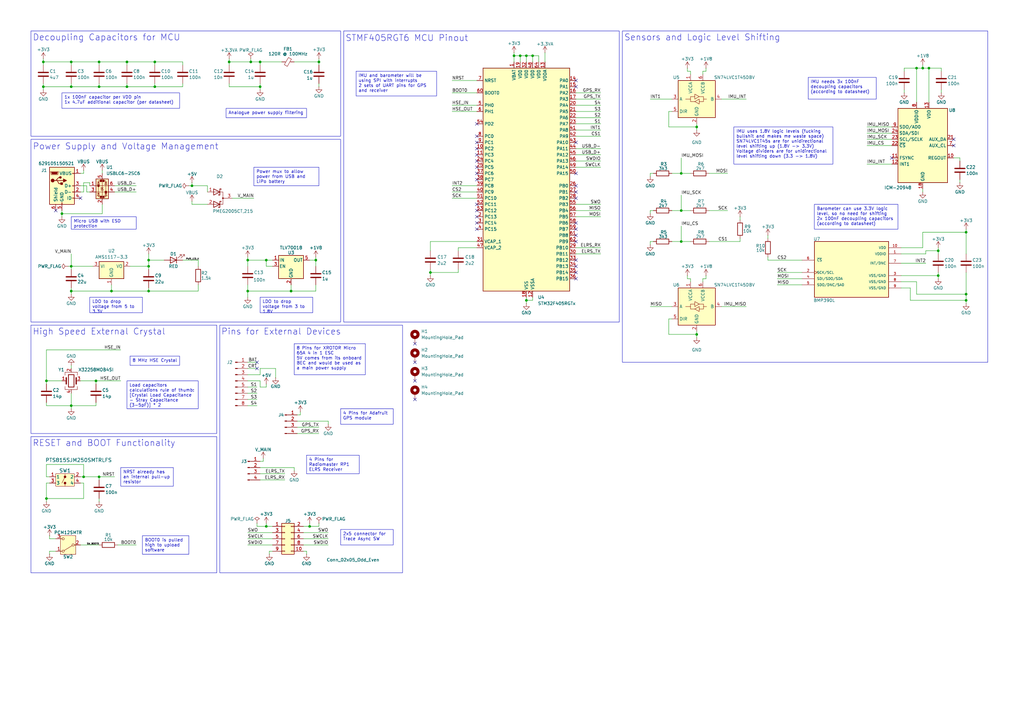
<source format=kicad_sch>
(kicad_sch (version 20250114) (generator "eeschema") (generator_version "9.0")
  (paper "A3")
  (lib_symbols
    (symbol "Connector:Conn_01x04_Pin" (pin_names (offset 1.016) (hide yes))
      (property "Reference" "J" (at 0 5.08 0))
      (property "Value" "Conn_01x04_Pin" (at 0 -7.62 0))
      (symbol "Conn_01x04_Pin_1_1"
        (pin passive line (at 5.08 2.54 180) (length 3.81) (name "Pin_1") (number "1"))
        (pin passive line (at 5.08 0 180) (length 3.81) (name "Pin_2") (number "2"))
        (pin passive line (at 5.08 -2.54 180) (length 3.81) (name "Pin_3") (number "3"))
        (pin passive line (at 5.08 -5.08 180) (length 3.81) (name "Pin_4") (number "4"))
      )
    )
    (symbol "Connector:Conn_01x08_Pin" (pin_names (offset 1.016) (hide yes))
      (property "Reference" "J" (at 0 10.16 0))
      (property "Value" "Conn_01x08_Pin" (at 0 -12.7 0))
      (symbol "Conn_01x08_Pin_1_1"
        (pin passive line (at 5.08 7.62 180) (length 3.81) (name "Pin_1") (number "1"))
        (pin passive line (at 5.08 5.08 180) (length 3.81) (name "Pin_2") (number "2"))
        (pin passive line (at 5.08 2.54 180) (length 3.81) (name "Pin_3") (number "3"))
        (pin passive line (at 5.08 0 180) (length 3.81) (name "Pin_4") (number "4"))
        (pin passive line (at 5.08 -2.54 180) (length 3.81) (name "Pin_5") (number "5"))
        (pin passive line (at 5.08 -5.08 180) (length 3.81) (name "Pin_6") (number "6"))
        (pin passive line (at 5.08 -7.62 180) (length 3.81) (name "Pin_7") (number "7"))
        (pin passive line (at 5.08 -10.16 180) (length 3.81) (name "Pin_8") (number "8"))
      )
    )
    (symbol "Connector:USB_B_Micro" (pin_names (offset 1.016))
      (property "Reference" "J" (at -5.08 11.43 0))
      (property "Value" "USB_B_Micro" (at -5.08 8.89 0))
      (symbol "USB_B_Micro_1_1"
        (pin passive line (at -2.54 -10.16 90) (length 2.54) (name "Shield") (number "6"))
        (pin power_out line (at 0 -10.16 90) (length 2.54) (name "GND") (number "5"))
        (pin power_out line (at 7.62 5.08 180) (length 2.54) (name "VBUS") (number "1"))
        (pin bidirectional line (at 7.62 0 180) (length 2.54) (name "D+") (number "3"))
        (pin bidirectional line (at 7.62 -2.54 180) (length 2.54) (name "D-") (number "2"))
        (pin passive line (at 7.62 -5.08 180) (length 2.54) (name "ID") (number "4"))
      )
    )
    (symbol "Connector_Generic:Conn_02x05_Odd_Even" (pin_names (offset 1.016) (hide yes))
      (property "Reference" "J" (at 1.27 7.62 0))
      (property "Value" "Conn_02x05_Odd_Even" (at 1.27 -7.62 0))
      (symbol "Conn_02x05_Odd_Even_1_1"
        (pin passive line (at -5.08 5.08 0) (length 3.81) (name "Pin_1") (number "1"))
        (pin passive line (at -5.08 2.54 0) (length 3.81) (name "Pin_3") (number "3"))
        (pin passive line (at -5.08 0 0) (length 3.81) (name "Pin_5") (number "5"))
        (pin passive line (at -5.08 -2.54 0) (length 3.81) (name "Pin_7") (number "7"))
        (pin passive line (at -5.08 -5.08 0) (length 3.81) (name "Pin_9") (number "9"))
        (pin passive line (at 7.62 5.08 180) (length 3.81) (name "Pin_2") (number "2"))
        (pin passive line (at 7.62 2.54 180) (length 3.81) (name "Pin_4") (number "4"))
        (pin passive line (at 7.62 0 180) (length 3.81) (name "Pin_6") (number "6"))
        (pin passive line (at 7.62 -2.54 180) (length 3.81) (name "Pin_8") (number "8"))
        (pin passive line (at 7.62 -5.08 180) (length 3.81) (name "Pin_10") (number "10"))
      )
    )
    (symbol "Device:C" (pin_numbers (hide yes)) (pin_names (offset 0.254))
      (property "Reference" "C" (at 0.635 2.54 0))
      (property "Value" "C" (at 0.635 -2.54 0))
      (symbol "C_1_1"
        (pin passive line (at 0 3.81 270) (length 2.794) (name "~") (number "1"))
        (pin passive line (at 0 -3.81 90) (length 2.794) (name "~") (number "2"))
      )
    )
    (symbol "Device:Crystal_GND24" (pin_names (offset 1.016) (hide yes))
      (property "Reference" "Y" (at 3.175 5.08 0))
      (property "Value" "Crystal_GND24" (at 3.175 3.175 0))
      (symbol "Crystal_GND24_1_1"
        (pin passive line (at -3.81 0 0) (length 1.27) (name "1") (number "1"))
        (pin passive line (at 0 5.08 270) (length 1.27) (name "2") (number "2"))
        (pin passive line (at 0 -5.08 90) (length 1.27) (name "4") (number "4"))
        (pin passive line (at 3.81 0 180) (length 1.27) (name "3") (number "3"))
      )
    )
    (symbol "Device:D_Schottky_Dual_CommonCathode_AAK_Parallel" (pin_names (offset 0.762) (hide yes))
      (property "Reference" "D" (at 0 5.08 0))
      (property "Value" "D_Schottky_Dual_CommonCathode_AAK_Parallel" (at 0 -5.08 0))
      (symbol "D_Schottky_Dual_CommonCathode_AAK_Parallel_0_1"
        (pin passive line (at -5.08 2.54 0) (length 2.54) (name "A") (number "1"))
        (pin passive line (at -5.08 -2.54 0) (length 2.54) (name "A") (number "2"))
        (pin passive line (at 5.08 0 180) (length 2.54) (name "K") (number "3"))
      )
    )
    (symbol "Device:FerriteBead_Small" (pin_numbers (hide yes)) (pin_names (offset 0))
      (property "Reference" "FB" (at 1.905 1.27 0))
      (property "Value" "FerriteBead_Small" (at 1.905 -1.27 0))
      (symbol "FerriteBead_Small_1_1"
        (pin passive line (at 0 2.54 270) (length 1.27) (name "~") (number "1"))
        (pin passive line (at 0 -2.54 90) (length 1.27) (name "~") (number "2"))
      )
    )
    (symbol "Device:LED" (pin_numbers (hide yes)) (pin_names (offset 1.016) (hide yes))
      (property "Reference" "D" (at 0 2.54 0))
      (property "Value" "LED" (at 0 -2.54 0))
      (symbol "LED_1_1"
        (pin passive line (at -3.81 0 0) (length 2.54) (name "K") (number "1"))
        (pin passive line (at 3.81 0 180) (length 2.54) (name "A") (number "2"))
      )
    )
    (symbol "Device:R" (pin_numbers (hide yes)) (pin_names (offset 0))
      (property "Reference" "R" (at 2.032 0 90))
      (property "Value" "R" (at 0 0 90))
      (symbol "R_1_1"
        (pin passive line (at 0 3.81 270) (length 1.27) (name "~") (number "1"))
        (pin passive line (at 0 -3.81 90) (length 1.27) (name "~") (number "2"))
      )
    )
    (symbol "Logic_LevelTranslator:SN74LVC1T45DBV"
      (property "Reference" "U" (at -6.35 8.89 0))
      (property "Value" "SN74LVC1T45DBV" (at 3.81 8.89 0))
      (symbol "SN74LVC1T45DBV_1_1"
        (pin bidirectional line (at -10.16 0 0) (length 2.54) (name "A") (number "3"))
        (pin input line (at -10.16 -5.08 0) (length 2.54) (name "DIR") (number "5"))
        (pin power_in line (at -2.54 10.16 270) (length 2.54) (name "VCCA") (number "1"))
        (pin power_in line (at 0 -10.16 90) (length 2.54) (name "GND") (number "2"))
        (pin power_in line (at 2.54 10.16 270) (length 2.54) (name "VCCB") (number "6"))
        (pin bidirectional line (at 10.16 0 180) (length 2.54) (name "B") (number "4"))
      )
    )
    (symbol "MCU_ST_STM32F4:STM32F405RGTx"
      (property "Reference" "U" (at -17.78 46.99 0))
      (property "Value" "STM32F405RGTx" (at 10.16 46.99 0))
      (symbol "STM32F405RGTx_1_1"
        (pin input line (at -20.32 40.64 0) (length 2.54) (name "NRST") (number "7"))
        (pin input line (at -20.32 35.56 0) (length 2.54) (name "BOOT0") (number "60"))
        (pin bidirectional line (at -20.32 30.48 0) (length 2.54) (name "PH0") (number "5"))
        (pin bidirectional line (at -20.32 27.94 0) (length 2.54) (name "PH1") (number "6"))
        (pin bidirectional line (at -20.32 22.86 0) (length 2.54) (name "PD2") (number "54"))
        (pin bidirectional line (at -20.32 17.78 0) (length 2.54) (name "PC0") (number "8"))
        (pin bidirectional line (at -20.32 15.24 0) (length 2.54) (name "PC1") (number "9"))
        (pin bidirectional line (at -20.32 12.7 0) (length 2.54) (name "PC2") (number "10"))
        (pin bidirectional line (at -20.32 10.16 0) (length 2.54) (name "PC3") (number "11"))
        (pin bidirectional line (at -20.32 7.62 0) (length 2.54) (name "PC4") (number "24"))
        (pin bidirectional line (at -20.32 5.08 0) (length 2.54) (name "PC5") (number "25"))
        (pin bidirectional line (at -20.32 2.54 0) (length 2.54) (name "PC6") (number "37"))
        (pin bidirectional line (at -20.32 0 0) (length 2.54) (name "PC7") (number "38"))
        (pin bidirectional line (at -20.32 -2.54 0) (length 2.54) (name "PC8") (number "39"))
        (pin bidirectional line (at -20.32 -5.08 0) (length 2.54) (name "PC9") (number "40"))
        (pin bidirectional line (at -20.32 -7.62 0) (length 2.54) (name "PC10") (number "51"))
        (pin bidirectional line (at -20.32 -10.16 0) (length 2.54) (name "PC11") (number "52"))
        (pin bidirectional line (at -20.32 -12.7 0) (length 2.54) (name "PC12") (number "53"))
        (pin bidirectional line (at -20.32 -15.24 0) (length 2.54) (name "PC13") (number "2"))
        (pin bidirectional line (at -20.32 -17.78 0) (length 2.54) (name "PC14") (number "3"))
        (pin bidirectional line (at -20.32 -20.32 0) (length 2.54) (name "PC15") (number "4"))
        (pin power_out line (at -20.32 -25.4 0) (length 2.54) (name "VCAP_1") (number "31"))
        (pin power_out line (at -20.32 -27.94 0) (length 2.54) (name "VCAP_2") (number "47"))
        (pin power_in line (at -5.08 48.26 270) (length 2.54) (name "VBAT") (number "1"))
        (pin power_in line (at -2.54 48.26 270) (length 2.54) (name "VDD") (number "19"))
        (pin power_in line (at 0 48.26 270) (length 2.54) (name "VDD") (number "32"))
        (pin power_in line (at 0 -48.26 90) (length 2.54) (name "VSS") (number "18"))
        (pin passive line (at 0 -48.26 90) (length 2.54) (hide yes) (name "VSS") (number "63"))
        (pin power_in line (at 2.54 48.26 270) (length 2.54) (name "VDD") (number "48"))
        (pin power_in line (at 2.54 -48.26 90) (length 2.54) (name "VSSA") (number "12"))
        (pin power_in line (at 5.08 48.26 270) (length 2.54) (name "VDD") (number "64"))
        (pin power_in line (at 7.62 48.26 270) (length 2.54) (name "VDDA") (number "13"))
        (pin bidirectional line (at 20.32 40.64 180) (length 2.54) (name "PA0") (number "14"))
        (pin bidirectional line (at 20.32 38.1 180) (length 2.54) (name "PA1") (number "15"))
        (pin bidirectional line (at 20.32 35.56 180) (length 2.54) (name "PA2") (number "16"))
        (pin bidirectional line (at 20.32 33.02 180) (length 2.54) (name "PA3") (number "17"))
        (pin bidirectional line (at 20.32 30.48 180) (length 2.54) (name "PA4") (number "20"))
        (pin bidirectional line (at 20.32 27.94 180) (length 2.54) (name "PA5") (number "21"))
        (pin bidirectional line (at 20.32 25.4 180) (length 2.54) (name "PA6") (number "22"))
        (pin bidirectional line (at 20.32 22.86 180) (length 2.54) (name "PA7") (number "23"))
        (pin bidirectional line (at 20.32 20.32 180) (length 2.54) (name "PA8") (number "41"))
        (pin bidirectional line (at 20.32 17.78 180) (length 2.54) (name "PA9") (number "42"))
        (pin bidirectional line (at 20.32 15.24 180) (length 2.54) (name "PA10") (number "43"))
        (pin bidirectional line (at 20.32 12.7 180) (length 2.54) (name "PA11") (number "44"))
        (pin bidirectional line (at 20.32 10.16 180) (length 2.54) (name "PA12") (number "45"))
        (pin bidirectional line (at 20.32 7.62 180) (length 2.54) (name "PA13") (number "46"))
        (pin bidirectional line (at 20.32 5.08 180) (length 2.54) (name "PA14") (number "49"))
        (pin bidirectional line (at 20.32 2.54 180) (length 2.54) (name "PA15") (number "50"))
        (pin bidirectional line (at 20.32 -2.54 180) (length 2.54) (name "PB0") (number "26"))
        (pin bidirectional line (at 20.32 -5.08 180) (length 2.54) (name "PB1") (number "27"))
        (pin bidirectional line (at 20.32 -7.62 180) (length 2.54) (name "PB2") (number "28"))
        (pin bidirectional line (at 20.32 -10.16 180) (length 2.54) (name "PB3") (number "55"))
        (pin bidirectional line (at 20.32 -12.7 180) (length 2.54) (name "PB4") (number "56"))
        (pin bidirectional line (at 20.32 -15.24 180) (length 2.54) (name "PB5") (number "57"))
        (pin bidirectional line (at 20.32 -17.78 180) (length 2.54) (name "PB6") (number "58"))
        (pin bidirectional line (at 20.32 -20.32 180) (length 2.54) (name "PB7") (number "59"))
        (pin bidirectional line (at 20.32 -22.86 180) (length 2.54) (name "PB8") (number "61"))
        (pin bidirectional line (at 20.32 -25.4 180) (length 2.54) (name "PB9") (number "62"))
        (pin bidirectional line (at 20.32 -27.94 180) (length 2.54) (name "PB10") (number "29"))
        (pin bidirectional line (at 20.32 -30.48 180) (length 2.54) (name "PB11") (number "30"))
        (pin bidirectional line (at 20.32 -33.02 180) (length 2.54) (name "PB12") (number "33"))
        (pin bidirectional line (at 20.32 -35.56 180) (length 2.54) (name "PB13") (number "34"))
        (pin bidirectional line (at 20.32 -38.1 180) (length 2.54) (name "PB14") (number "35"))
        (pin bidirectional line (at 20.32 -40.64 180) (length 2.54) (name "PB15") (number "36"))
      )
    )
    (symbol "Mechanical:MountingHole_Pad" (pin_numbers (hide yes)) (pin_names (offset 1.016) (hide yes)) (in_bom no)
      (property "Reference" "H" (at 0 6.35 0))
      (property "Value" "MountingHole_Pad" (at 0 4.445 0))
      (symbol "MountingHole_Pad_1_1"
        (pin input line (at 0 -2.54 90) (length 2.54) (name "1") (number "1"))
      )
    )
    (symbol "Power_Protection:USBLC6-2SC6" (pin_names (hide yes))
      (property "Reference" "U" (at 0.635 5.715 0))
      (property "Value" "USBLC6-2SC6" (at 0.635 3.81 0))
      (symbol "USBLC6-2SC6_1_1"
        (pin passive line (at -5.08 0 0) (length 2.54) (name "I/O1") (number "1"))
        (pin passive line (at -5.08 -2.54 0) (length 2.54) (name "I/O2") (number "3"))
        (pin passive line (at 0 5.08 270) (length 2.54) (name "VBUS") (number "5"))
        (pin passive line (at 0 -7.62 90) (length 2.54) (name "GND") (number "2"))
        (pin passive line (at 5.08 0 180) (length 2.54) (name "I/O1") (number "6"))
        (pin passive line (at 5.08 -2.54 180) (length 2.54) (name "I/O2") (number "4"))
      )
    )
    (symbol "Regulator_Linear:AMS1117-3.3"
      (property "Reference" "U" (at -3.81 3.175 0))
      (property "Value" "AMS1117-3.3" (at 0 3.175 0))
      (symbol "AMS1117-3.3_1_1"
        (pin power_in line (at -7.62 0 0) (length 2.54) (name "VI") (number "3"))
        (pin power_in line (at 0 -7.62 90) (length 2.54) (name "GND") (number "1"))
        (pin power_out line (at 7.62 0 180) (length 2.54) (name "VO") (number "2"))
      )
    )
    (symbol "Regulator_Linear:TLV70018_SOT23-5" (pin_names (offset 0.254))
      (property "Reference" "U" (at -3.81 5.715 0))
      (property "Value" "TLV70018_SOT23-5" (at 0 5.715 0))
      (symbol "TLV70018_SOT23-5_1_1"
        (pin power_in line (at -7.62 2.54 0) (length 2.54) (name "IN") (number "1"))
        (pin input line (at -7.62 0 0) (length 2.54) (name "EN") (number "3"))
        (pin power_in line (at 0 -7.62 90) (length 2.54) (name "GND") (number "2"))
        (pin no_connect line (at 5.08 0 180) (length 2.54) (hide yes) (name "NC") (number "4"))
        (pin power_out line (at 7.62 2.54 180) (length 2.54) (name "OUT") (number "5"))
      )
    )
    (symbol "Sensor_Motion:ICM-20948"
      (property "Reference" "U" (at -11.43 16.51 0))
      (property "Value" "ICM-20948" (at 7.62 -16.51 0))
      (symbol "ICM-20948_1_1"
        (pin bidirectional line (at -12.7 7.62 0) (length 2.54) (name "SDO/AD0") (number "9"))
        (pin bidirectional line (at -12.7 5.08 0) (length 2.54) (name "SDA/SDI") (number "24"))
        (pin input line (at -12.7 2.54 0) (length 2.54) (name "SCL/SCLK") (number "23"))
        (pin input line (at -12.7 0 0) (length 2.54) (name "~{CS}") (number "22"))
        (pin input line (at -12.7 -5.08 0) (length 2.54) (name "FSYNC") (number "11"))
        (pin output line (at -12.7 -7.62 0) (length 2.54) (name "INT1") (number "12"))
        (pin no_connect line (at -10.16 12.7 0) (length 2.54) (hide yes) (name "NC") (number "1"))
        (pin no_connect line (at -10.16 10.16 0) (length 2.54) (hide yes) (name "NC") (number "2"))
        (pin no_connect line (at -10.16 -2.54 0) (length 2.54) (hide yes) (name "NC") (number "3"))
        (pin no_connect line (at -10.16 -10.16 0) (length 2.54) (hide yes) (name "NC") (number "4"))
        (pin no_connect line (at -10.16 -12.7 0) (length 2.54) (hide yes) (name "NC") (number "5"))
        (pin power_in line (at -2.54 17.78 270) (length 2.54) (name "VDDIO") (number "8"))
        (pin power_in line (at 0 -17.78 90) (length 2.54) (name "GND") (number "18"))
        (pin passive line (at 0 -17.78 90) (length 2.54) (hide yes) (name "GND") (number "20"))
        (pin power_in line (at 2.54 17.78 270) (length 2.54) (name "VDD") (number "13"))
        (pin no_connect line (at 10.16 10.16 180) (length 2.54) (hide yes) (name "NC") (number "6"))
        (pin no_connect line (at 10.16 7.62 180) (length 2.54) (hide yes) (name "NC") (number "14"))
        (pin no_connect line (at 10.16 5.08 180) (length 2.54) (hide yes) (name "NC") (number "15"))
        (pin no_connect line (at 10.16 -7.62 180) (length 2.54) (hide yes) (name "NC") (number "16"))
        (pin no_connect line (at 10.16 -10.16 180) (length 2.54) (hide yes) (name "NC") (number "17"))
        (pin no_connect line (at 10.16 -12.7 180) (length 2.54) (hide yes) (name "RESV") (number "19"))
        (pin bidirectional line (at 12.7 2.54 180) (length 2.54) (name "AUX_DA") (number "21"))
        (pin output line (at 12.7 0 180) (length 2.54) (name "AUX_CL") (number "7"))
        (pin passive line (at 12.7 -5.08 180) (length 2.54) (name "REGOUT") (number "10"))
      )
    )
    (symbol "Sensor_Pressure:BMP390L" (pin_names (offset 1.016))
      (property "Reference" "U" (at -15.24 15.24 0))
      (property "Value" "BMP390L" (at -15.24 -15.24 0))
      (symbol "BMP390L_0_0"
        (pin input line (at -20.32 5.08 0) (length 5.08) (name "~{CS}") (number "6"))
        (pin input clock (at -20.32 0 0) (length 5.08) (name "SCK/SCL") (number "2"))
        (pin bidirectional line (at -20.32 -2.54 0) (length 5.08) (name "SDI/SDO/SDA") (number "4"))
        (pin bidirectional line (at -20.32 -5.08 0) (length 5.08) (name "SDO/DNC/SA0") (number "5"))
        (pin power_in line (at 20.32 10.16 180) (length 5.08) (name "VDD") (number "10"))
        (pin power_in line (at 20.32 7.62 180) (length 5.08) (name "VDDIO") (number "1"))
        (pin output line (at 20.32 3.81 180) (length 5.08) (name "INT/DNC") (number "7"))
        (pin power_in line (at 20.32 -1.27 180) (length 5.08) (name "VSS/GND") (number "3"))
        (pin power_in line (at 20.32 -3.81 180) (length 5.08) (name "VSS/GND") (number "8"))
        (pin power_in line (at 20.32 -6.35 180) (length 5.08) (name "VSS/GND") (number "9"))
      )
    )
    (symbol "Switch:PTS815_SJM_250_SMTR_LFS" (pin_names (offset 0.254))
      (property "Reference" "SW" (at 0 7.62 0))
      (property "Value" "PTS815 SJM 250 SMTR LFS" (at 0 5.08 0))
      (symbol "PTS815_SJM_250_SMTR_LFS_1_1"
        (pin bidirectional line (at -6.35 1.27 0) (length 2.54) (name "1") (number "1"))
        (pin bidirectional line (at -6.35 -1.27 0) (length 2.54) (name "3") (number "3"))
        (pin bidirectional line (at 6.35 1.27 180) (length 2.54) (name "2") (number "2"))
        (pin bidirectional line (at 6.35 -1.27 180) (length 2.54) (name "4") (number "4"))
      )
    )
    (symbol "Switch:SW_SPDT" (pin_names (offset 0) (hide yes))
      (property "Reference" "SW" (at 0 5.08 0))
      (property "Value" "SW_SPDT" (at 0 -5.08 0))
      (symbol "SW_SPDT_1_1"
        (pin passive line (at -5.08 0 0) (length 2.54) (name "B") (number "2"))
        (pin passive line (at 5.08 2.54 180) (length 2.54) (name "A") (number "1"))
        (pin passive line (at 5.08 -2.54 180) (length 2.54) (name "C") (number "3"))
      )
    )
    (symbol "power:+1V8" (power) (pin_numbers (hide yes)) (pin_names (offset 0) (hide yes))
      (property "Value" "+1V8" (at 0 3.556 0))
      (symbol "+1V8_1_1"
        (pin power_in line (at 0 0 90) (length 0) (name "~") (number "1"))
      )
    )
    (symbol "power:+3.3VA" (power) (pin_numbers (hide yes)) (pin_names (offset 0) (hide yes))
      (property "Value" "+3.3VA" (at 0 3.556 0))
      (symbol "+3.3VA_1_1"
        (pin power_in line (at 0 0 90) (length 0) (name "~") (number "1"))
      )
    )
    (symbol "power:+3V3" (power) (pin_numbers (hide yes)) (pin_names (offset 0) (hide yes))
      (property "Value" "+3V3" (at 0 3.556 0))
      (symbol "+3V3_1_1"
        (pin power_in line (at 0 0 90) (length 0) (name "~") (number "1"))
      )
    )
    (symbol "power:+5V" (power) (pin_numbers (hide yes)) (pin_names (offset 0) (hide yes))
      (property "Value" "+5V" (at 0 3.556 0))
      (symbol "+5V_1_1"
        (pin power_in line (at 0 0 90) (length 0) (name "~") (number "1"))
      )
    )
    (symbol "power:GND" (power) (pin_numbers (hide yes)) (pin_names (offset 0) (hide yes))
      (property "Value" "GND" (at 0 -3.81 0))
      (symbol "GND_1_1"
        (pin power_in line (at 0 0 270) (length 0) (name "~") (number "1"))
      )
    )
    (symbol "power:PWR_FLAG" (power) (pin_numbers (hide yes)) (pin_names (offset 0) (hide yes))
      (property "Value" "PWR_FLAG" (at 0 3.81 0))
      (symbol "PWR_FLAG_0_0"
        (pin power_out line (at 0 0 90) (length 0) (name "~") (number "1"))
      )
    )
    (symbol "power:VBUS" (power) (pin_numbers (hide yes)) (pin_names (offset 0) (hide yes))
      (property "Value" "VBUS" (at 0 3.556 0))
      (symbol "VBUS_1_1"
        (pin power_in line (at 0 0 90) (length 0) (name "~") (number "1"))
      )
    )
  )
  (rectangle (start 12.7 133.35) (end 88.9 177.8))
  (rectangle (start 90.17 133.35) (end 165.1 234.95))
  (rectangle (start 255.27 12.7) (end 405.13 148.59))
  (rectangle (start 12.7 57.15) (end 139.7 132.08))
  (rectangle (start 140.97 12.7) (end 254 132.08))
  (rectangle (start 12.7 12.7) (end 139.7 55.88))
  (rectangle (start 12.7 179.07) (end 88.9 234.95))
  (text "Pins for External Devices" (at 115.316 136.144 0) (effects (font (size 2.54 2.54))))
  (text "STMF405RGT6 MCU Pinout" (at 166.878 15.748 0) (effects (font (size 2.54 2.54))))
  (text "High Speed External Crystal" (at 40.64 136.144 0) (effects (font (size 2.54 2.54))))
  (text "Power Supply and Voltage Management" (at 51.562 60.198 0) (effects (font (size 2.54 2.54))))
  (text "RESET and BOOT Functionality" (at 42.672 181.864 0) (effects (font (size 2.54 2.54))))
  (text "Decoupling Capacitors for MCU" (at 43.688 15.494 0) (effects (font (size 2.54 2.54))))
  (text "Sensors and Logic Level Shifting" (at 288.036 15.494 0) (effects (font (size 2.54 2.54))))
  (text_box "4 Pins for Radiomaster RP1 ELRS Receiver" (at 125.73 186.69 0) (size 21.59 7.62) (margins 0.9525 0.9525 0.9525 0.9525) (effects (font (size 1.27 1.27)) (justify left top)))
  (text_box "NRST already has an internal pull-up resistor" (at 49.53 191.77 0) (size 21.59 7.62) (margins 0.9525 0.9525 0.9525 0.9525) (effects (font (size 1.27 1.27)) (justify left top)))
  (text_box "4 Pins for Adafruit GPS module" (at 139.7 167.64 0) (size 21.59 6.35) (margins 0.9525 0.9525 0.9525 0.9525) (effects (font (size 1.27 1.27)) (justify left top)))
  (text_box "IMU needs 3x 100nF decoupling capacitors (according to datasheet)" (at 331.47 31.75 0) (size 27.94 8.89) (margins 0.9525 0.9525 0.9525 0.9525) (effects (font (size 1.27 1.27)) (justify left top)))
  (text_box "Power mux to allow power from USB and LiPo battery" (at 104.14 68.58 0) (size 26.67 7.62) (margins 0.9525 0.9525 0.9525 0.9525) (effects (font (size 1.27 1.27)) (justify left top)))
  (text_box "Barometer can use 3.3V logic level, so no need for shifting\n2x 100nF decoupling capacitors (according to datasheet)" (at 334.01 83.82 0) (size 34.29 10.16) (margins 0.9525 0.9525 0.9525 0.9525) (effects (font (size 1.27 1.27)) (justify left top)))
  (text_box "LDO to drop voltage from 5 to 3.3V" (at 36.83 121.92 0) (size 21.59 6.35) (margins 0.9525 0.9525 0.9525 0.9525) (effects (font (size 1.27 1.27)) (justify left top)))
  (text_box "Load capacitors calculations rule of thumb:\n[Crystal Load Capacitance - Stray Capacitance (3-5pF)] * 2" (at 52.07 156.21 0) (size 29.21 11.43) (margins 0.9525 0.9525 0.9525 0.9525) (effects (font (size 1.27 1.27)) (justify left top)))
  (text_box "BOOT0 is pulled high to upload software" (at 58.42 219.71 0) (size 19.05 7.62) (margins 0.9525 0.9525 0.9525 0.9525) (effects (font (size 1.27 1.27)) (justify left top)))
  (text_box "LDO to drop voltage from 3 to 1.8V" (at 106.68 121.92 0) (size 21.59 6.35) (margins 0.9525 0.9525 0.9525 0.9525) (effects (font (size 1.27 1.27)) (justify left top)))
  (text_box "IMU and barometer will be using SPI with interrupts\n2 sets of UART pins for GPS and receiver\n" (at 146.05 29.21 0) (size 33.02 10.16) (margins 0.9525 0.9525 0.9525 0.9525) (effects (font (size 1.27 1.27)) (justify left top)))
  (text_box "8 MHz HSE Crystal" (at 53.34 146.05 0) (size 20.32 3.81) (margins 0.9525 0.9525 0.9525 0.9525) (effects (font (size 1.27 1.27)) (justify left top)))
  (text_box "8 Pins for XROTOR Micro 65A 4 in 1 ESC\n5V comes from its onboard BEC and would be used as a main power supply" (at 120.65 140.97 0) (size 29.21 12.7) (margins 0.9525 0.9525 0.9525 0.9525) (effects (font (size 1.27 1.27)) (justify left top)))
  (text_box "1x 100nF capacitor per VDD pin\n1x 4.7uF additional capacitor (per datasheet)\n" (at 25.4 38.1 0) (size 48.26 6.35) (margins 0.9525 0.9525 0.9525 0.9525) (effects (font (size 1.27 1.27)) (justify left top)))
  (text_box "2x5 connector for Trace Async SW" (at 139.7 217.17 0) (size 21.59 6.35) (margins 0.9525 0.9525 0.9525 0.9525) (effects (font (size 1.27 1.27)) (justify left top)))
  (text_box "IMU uses 1.8V logic levels (fucking bullshit and makes me waste space)\nSN74LVC1T45s are for unidirectional level shifting up (1.8V -> 3.3V)\nVoltage dividers are for unidirectional level shifting down (3.3 -> 1.8V)" (at 300.99 52.07 0) (size 40.64 15.24) (margins 0.9525 0.9525 0.9525 0.9525) (effects (font (size 1.27 1.27)) (justify left top)))
  (text_box "Micro USB with ESD protection" (at 29.21 88.9 0) (size 26.67 5.08) (margins 0.9525 0.9525 0.9525 0.9525) (effects (font (size 1.27 1.27)) (justify left top)))
  (text_box "Analogue power supply filtering" (at 92.71 44.45 0) (size 33.02 3.81) (margins 0.9525 0.9525 0.9525 0.9525) (effects (font (size 1.27 1.27)) (justify left top)))
  (junction (at 215.9 123.19))
  (junction (at 29.21 109.22))
  (junction (at 52.07 35.56))
  (junction (at 381 27.94))
  (junction (at 102.87 25.4))
  (junction (at 63.5 25.4))
  (junction (at 17.78 25.4))
  (junction (at 17.78 35.56))
  (junction (at 130.81 25.4))
  (junction (at 215.9 22.86))
  (junction (at 39.37 156.21))
  (junction (at 279.4 71.12))
  (junction (at 29.21 35.56))
  (junction (at 60.96 106.68))
  (junction (at 45.72 119.38))
  (junction (at 396.24 123.19))
  (junction (at 34.29 195.58))
  (junction (at 106.68 25.4))
  (junction (at 396.24 120.65))
  (junction (at 60.96 119.38))
  (junction (at 127 215.9))
  (junction (at 101.6 119.38))
  (junction (at 129.54 106.68))
  (junction (at 40.64 35.56))
  (junction (at 101.6 106.68))
  (junction (at 93.98 25.4))
  (junction (at 106.68 35.56))
  (junction (at 279.4 86.36))
  (junction (at 176.53 111.76))
  (junction (at 396.24 95.25))
  (junction (at 384.81 113.03))
  (junction (at 60.96 109.22))
  (junction (at 378.46 27.94))
  (junction (at 384.81 102.87))
  (junction (at 119.38 119.38))
  (junction (at 19.05 204.47))
  (junction (at 213.36 22.86))
  (junction (at 19.05 156.21))
  (junction (at 109.22 215.9))
  (junction (at 218.44 22.86))
  (junction (at 29.21 25.4))
  (junction (at 210.82 22.86))
  (junction (at 40.64 195.58))
  (junction (at 63.5 35.56))
  (junction (at 29.21 119.38))
  (junction (at 285.75 52.07))
  (junction (at 375.92 27.94))
  (junction (at 52.07 25.4))
  (junction (at 29.21 166.37))
  (junction (at 109.22 106.68))
  (junction (at 40.64 25.4))
  (junction (at 279.4 99.06))
  (junction (at 25.4 87.63))
  (junction (at 78.74 76.2))
  (junction (at 285.75 137.16))
  (no_connect (at 195.58 73.66))
  (no_connect (at 195.58 60.96))
  (no_connect (at 391.16 59.69))
  (no_connect (at 236.22 91.44))
  (no_connect (at 105.41 148.59))
  (no_connect (at 195.58 86.36))
  (no_connect (at 236.22 71.12))
  (no_connect (at 195.58 55.88))
  (no_connect (at 236.22 33.02))
  (no_connect (at 236.22 111.76))
  (no_connect (at 33.02 81.28))
  (no_connect (at 236.22 106.68))
  (no_connect (at 236.22 58.42))
  (no_connect (at 195.58 66.04))
  (no_connect (at 195.58 58.42))
  (no_connect (at 22.86 86.36))
  (no_connect (at 105.41 151.13))
  (no_connect (at 236.22 93.98))
  (no_connect (at 195.58 88.9))
  (no_connect (at 236.22 109.22))
  (no_connect (at 391.16 57.15))
  (no_connect (at 236.22 114.3))
  (no_connect (at 170.18 163.83))
  (no_connect (at 170.18 140.97))
  (no_connect (at 170.18 156.21))
  (no_connect (at 195.58 93.98))
  (no_connect (at 236.22 78.74))
  (no_connect (at 236.22 35.56))
  (no_connect (at 170.18 148.59))
  (no_connect (at 195.58 71.12))
  (no_connect (at 236.22 76.2))
  (no_connect (at 236.22 99.06))
  (no_connect (at 195.58 68.58))
  (no_connect (at 236.22 96.52))
  (no_connect (at 195.58 91.44))
  (no_connect (at 195.58 83.82))
  (no_connect (at 195.58 50.8))
  (no_connect (at 195.58 63.5))
  (no_connect (at 236.22 81.28))
  (no_connect (at 365.76 64.77))
  (wire (pts (xy 275.59 71.12) (xy 279.4 71.12)))
  (wire (pts (xy 63.5 25.4) (xy 63.5 26.67)))
  (wire (pts (xy 279.4 86.36) (xy 283.21 86.36)))
  (wire (pts (xy 318.77 111.76) (xy 328.93 111.76)))
  (wire (pts (xy 314.96 106.68) (xy 328.93 106.68)))
  (wire (pts (xy 106.68 34.29) (xy 106.68 35.56)))
  (wire (pts (xy 102.87 24.13) (xy 102.87 25.4)))
  (wire (pts (xy 236.22 63.5) (xy 246.38 63.5)))
  (wire (pts (xy 355.6 52.07) (xy 365.76 52.07)))
  (wire (pts (xy 373.38 123.19) (xy 396.24 123.19)))
  (wire (pts (xy 109.22 106.68) (xy 111.76 106.68)))
  (wire (pts (xy 185.42 78.74) (xy 195.58 78.74)))
  (wire (pts (xy 279.4 71.12) (xy 283.21 71.12)))
  (wire (pts (xy 35.56 76.2) (xy 33.02 76.2)))
  (wire (pts (xy 29.21 119.38) (xy 29.21 120.65)))
  (wire (pts (xy 369.57 115.57) (xy 375.92 115.57)))
  (wire (pts (xy 236.22 104.14) (xy 246.38 104.14)))
  (wire (pts (xy 176.53 110.49) (xy 176.53 111.76)))
  (wire (pts (xy 101.6 161.29) (xy 105.41 161.29)))
  (wire (pts (xy 303.53 97.79) (xy 303.53 99.06)))
  (wire (pts (xy 106.68 158.75) (xy 109.22 158.75)))
  (wire (pts (xy 130.81 24.13) (xy 130.81 25.4)))
  (wire (pts (xy 195.58 99.06) (xy 176.53 99.06)))
  (wire (pts (xy 355.6 57.15) (xy 365.76 57.15)))
  (wire (pts (xy 17.78 24.13) (xy 17.78 25.4)))
  (wire (pts (xy 19.05 204.47) (xy 34.29 204.47)))
  (wire (pts (xy 124.46 226.06) (xy 125.73 226.06)))
  (wire (pts (xy 279.4 99.06) (xy 283.21 99.06)))
  (wire (pts (xy 25.4 88.9) (xy 25.4 87.63)))
  (wire (pts (xy 384.81 101.6) (xy 384.81 102.87)))
  (wire (pts (xy 17.78 35.56) (xy 29.21 35.56)))
  (wire (pts (xy 124.46 218.44) (xy 134.62 218.44)))
  (wire (pts (xy 176.53 113.03) (xy 176.53 111.76)))
  (wire (pts (xy 40.64 25.4) (xy 40.64 26.67)))
  (wire (pts (xy 185.42 33.02) (xy 195.58 33.02)))
  (wire (pts (xy 78.74 76.2) (xy 85.09 76.2)))
  (wire (pts (xy 355.6 59.69) (xy 365.76 59.69)))
  (wire (pts (xy 375.92 115.57) (xy 375.92 120.65)))
  (wire (pts (xy 17.78 26.67) (xy 17.78 25.4)))
  (wire (pts (xy 33.02 156.21) (xy 39.37 156.21)))
  (wire (pts (xy 52.07 25.4) (xy 52.07 26.67)))
  (wire (pts (xy 107.95 189.23) (xy 106.68 189.23)))
  (wire (pts (xy 213.36 22.86) (xy 215.9 22.86)))
  (wire (pts (xy 127 214.63) (xy 127 215.9)))
  (wire (pts (xy 119.38 119.38) (xy 129.54 119.38)))
  (wire (pts (xy 109.22 109.22) (xy 111.76 109.22)))
  (wire (pts (xy 218.44 22.86) (xy 220.98 22.86)))
  (wire (pts (xy 381 27.94) (xy 386.08 27.94)))
  (wire (pts (xy 121.92 177.8) (xy 130.81 177.8)))
  (wire (pts (xy 215.9 22.86) (xy 218.44 22.86)))
  (wire (pts (xy 34.29 74.93) (xy 34.29 78.74)))
  (wire (pts (xy 384.81 102.87) (xy 384.81 104.14)))
  (wire (pts (xy 210.82 21.59) (xy 210.82 22.86)))
  (wire (pts (xy 318.77 116.84) (xy 328.93 116.84)))
  (wire (pts (xy 95.25 81.28) (xy 104.14 81.28)))
  (wire (pts (xy 215.9 121.92) (xy 215.9 123.19)))
  (wire (pts (xy 369.57 101.6) (xy 378.46 101.6)))
  (wire (pts (xy 370.84 27.94) (xy 370.84 29.21)))
  (wire (pts (xy 275.59 130.81) (xy 274.32 130.81)))
  (wire (pts (xy 236.22 68.58) (xy 246.38 68.58)))
  (wire (pts (xy 29.21 109.22) (xy 29.21 110.49)))
  (wire (pts (xy 288.29 115.57) (xy 288.29 114.3)))
  (wire (pts (xy 106.68 191.77) (xy 120.65 191.77)))
  (wire (pts (xy 185.42 76.2) (xy 195.58 76.2)))
  (wire (pts (xy 74.93 25.4) (xy 74.93 26.67)))
  (wire (pts (xy 19.05 190.5) (xy 19.05 195.58)))
  (wire (pts (xy 185.42 43.18) (xy 195.58 43.18)))
  (wire (pts (xy 46.99 76.2) (xy 55.88 76.2)))
  (wire (pts (xy 318.77 114.3) (xy 328.93 114.3)))
  (wire (pts (xy 101.6 156.21) (xy 106.68 156.21)))
  (wire (pts (xy 101.6 151.13) (xy 105.41 151.13)))
  (wire (pts (xy 40.64 204.47) (xy 40.64 205.74)))
  (wire (pts (xy 393.7 74.93) (xy 393.7 73.66)))
  (wire (pts (xy 130.81 25.4) (xy 130.81 26.67)))
  (wire (pts (xy 29.21 166.37) (xy 29.21 167.64)))
  (wire (pts (xy 218.44 22.86) (xy 218.44 25.4)))
  (wire (pts (xy 285.75 135.89) (xy 285.75 137.16)))
  (wire (pts (xy 213.36 22.86) (xy 210.82 22.86)))
  (wire (pts (xy 35.56 78.74) (xy 36.83 78.74)))
  (wire (pts (xy 78.74 83.82) (xy 85.09 83.82)))
  (wire (pts (xy 106.68 151.13) (xy 113.03 151.13)))
  (wire (pts (xy 121.92 175.26) (xy 130.81 175.26)))
  (wire (pts (xy 106.68 151.13) (xy 106.68 153.67)))
  (wire (pts (xy 33.02 198.12) (xy 34.29 198.12)))
  (wire (pts (xy 109.22 215.9) (xy 105.41 215.9)))
  (wire (pts (xy 29.21 149.86) (xy 29.21 151.13)))
  (wire (pts (xy 266.7 71.12) (xy 266.7 72.39)))
  (wire (pts (xy 40.64 25.4) (xy 52.07 25.4)))
  (wire (pts (xy 102.87 25.4) (xy 93.98 25.4)))
  (wire (pts (xy 281.94 114.3) (xy 283.21 114.3)))
  (wire (pts (xy 40.64 195.58) (xy 46.99 195.58)))
  (wire (pts (xy 355.6 67.31) (xy 365.76 67.31)))
  (wire (pts (xy 396.24 123.19) (xy 396.24 124.46)))
  (wire (pts (xy 129.54 105.41) (xy 129.54 106.68)))
  (wire (pts (xy 283.21 114.3) (xy 283.21 115.57)))
  (wire (pts (xy 93.98 24.13) (xy 93.98 25.4)))
  (wire (pts (xy 236.22 38.1) (xy 246.38 38.1)))
  (wire (pts (xy 218.44 121.92) (xy 218.44 123.19)))
  (wire (pts (xy 34.29 195.58) (xy 40.64 195.58)))
  (wire (pts (xy 93.98 34.29) (xy 93.98 35.56)))
  (wire (pts (xy 19.05 165.1) (xy 19.05 166.37)))
  (wire (pts (xy 74.93 35.56) (xy 74.93 34.29)))
  (wire (pts (xy 281.94 27.94) (xy 281.94 29.21)))
  (wire (pts (xy 127 215.9) (xy 130.81 215.9)))
  (wire (pts (xy 17.78 35.56) (xy 17.78 36.83)))
  (wire (pts (xy 20.32 198.12) (xy 19.05 198.12)))
  (wire (pts (xy 187.96 110.49) (xy 187.96 111.76)))
  (wire (pts (xy 121.92 170.18) (xy 123.19 170.18)))
  (wire (pts (xy 111.76 220.98) (xy 101.6 220.98)))
  (wire (pts (xy 378.46 95.25) (xy 396.24 95.25)))
  (wire (pts (xy 120.65 25.4) (xy 130.81 25.4)))
  (wire (pts (xy 77.47 76.2) (xy 78.74 76.2)))
  (wire (pts (xy 39.37 166.37) (xy 29.21 166.37)))
  (wire (pts (xy 106.68 35.56) (xy 106.68 36.83)))
  (wire (pts (xy 396.24 93.98) (xy 396.24 95.25)))
  (wire (pts (xy 48.26 223.52) (xy 55.88 223.52)))
  (wire (pts (xy 101.6 116.84) (xy 101.6 119.38)))
  (wire (pts (xy 236.22 48.26) (xy 246.38 48.26)))
  (wire (pts (xy 236.22 88.9) (xy 246.38 88.9)))
  (wire (pts (xy 289.56 27.94) (xy 289.56 29.21)))
  (wire (pts (xy 220.98 22.86) (xy 220.98 25.4)))
  (wire (pts (xy 25.4 87.63) (xy 25.4 86.36)))
  (wire (pts (xy 246.38 53.34) (xy 236.22 53.34)))
  (wire (pts (xy 19.05 143.51) (xy 19.05 156.21)))
  (wire (pts (xy 109.22 214.63) (xy 109.22 215.9)))
  (wire (pts (xy 35.56 76.2) (xy 35.56 78.74)))
  (wire (pts (xy 285.75 137.16) (xy 285.75 138.43)))
  (wire (pts (xy 176.53 99.06) (xy 176.53 102.87)))
  (wire (pts (xy 386.08 38.1) (xy 386.08 36.83)))
  (wire (pts (xy 223.52 21.59) (xy 223.52 25.4)))
  (wire (pts (xy 52.07 35.56) (xy 52.07 34.29)))
  (wire (pts (xy 185.42 45.72) (xy 195.58 45.72)))
  (wire (pts (xy 393.7 64.77) (xy 393.7 66.04)))
  (wire (pts (xy 111.76 218.44) (xy 101.6 218.44)))
  (wire (pts (xy 279.4 92.71) (xy 279.4 99.06)))
  (wire (pts (xy 379.73 102.87) (xy 384.81 102.87)))
  (wire (pts (xy 81.28 119.38) (xy 60.96 119.38)))
  (wire (pts (xy 106.68 25.4) (xy 106.68 26.67)))
  (wire (pts (xy 63.5 35.56) (xy 63.5 34.29)))
  (wire (pts (xy 53.34 109.22) (xy 60.96 109.22)))
  (wire (pts (xy 123.19 168.91) (xy 123.19 170.18)))
  (wire (pts (xy 40.64 195.58) (xy 40.64 196.85)))
  (wire (pts (xy 314.96 96.52) (xy 314.96 97.79)))
  (wire (pts (xy 106.68 153.67) (xy 101.6 153.67)))
  (wire (pts (xy 40.64 35.56) (xy 52.07 35.56)))
  (wire (pts (xy 20.32 219.71) (xy 20.32 220.98)))
  (wire (pts (xy 386.08 27.94) (xy 386.08 29.21)))
  (wire (pts (xy 384.81 111.76) (xy 384.81 113.03)))
  (wire (pts (xy 274.32 137.16) (xy 285.75 137.16)))
  (wire (pts (xy 29.21 35.56) (xy 40.64 35.56)))
  (wire (pts (xy 81.28 116.84) (xy 81.28 119.38)))
  (wire (pts (xy 281.94 113.03) (xy 281.94 114.3)))
  (wire (pts (xy 303.53 88.9) (xy 303.53 90.17)))
  (wire (pts (xy 295.91 40.64) (xy 306.07 40.64)))
  (wire (pts (xy 74.93 25.4) (xy 63.5 25.4)))
  (wire (pts (xy 378.46 77.47) (xy 378.46 78.74)))
  (wire (pts (xy 101.6 148.59) (xy 105.41 148.59)))
  (wire (pts (xy 60.96 104.14) (xy 60.96 106.68)))
  (wire (pts (xy 101.6 105.41) (xy 101.6 106.68)))
  (wire (pts (xy 381 27.94) (xy 381 41.91)))
  (wire (pts (xy 285.75 52.07) (xy 285.75 53.34)))
  (wire (pts (xy 210.82 22.86) (xy 210.82 25.4)))
  (wire (pts (xy 34.29 190.5) (xy 34.29 195.58)))
  (wire (pts (xy 266.7 125.73) (xy 275.59 125.73)))
  (wire (pts (xy 29.21 161.29) (xy 29.21 166.37)))
  (wire (pts (xy 185.42 38.1) (xy 195.58 38.1)))
  (wire (pts (xy 120.65 191.77) (xy 120.65 193.04)))
  (wire (pts (xy 45.72 119.38) (xy 60.96 119.38)))
  (wire (pts (xy 373.38 118.11) (xy 373.38 123.19)))
  (wire (pts (xy 274.32 45.72) (xy 274.32 52.07)))
  (wire (pts (xy 22.86 220.98) (xy 20.32 220.98)))
  (wire (pts (xy 369.57 118.11) (xy 373.38 118.11)))
  (wire (pts (xy 111.76 226.06) (xy 110.49 226.06)))
  (wire (pts (xy 34.29 71.12) (xy 34.29 69.85)))
  (wire (pts (xy 39.37 156.21) (xy 49.53 156.21)))
  (wire (pts (xy 105.41 215.9) (xy 105.41 214.63)))
  (wire (pts (xy 275.59 99.06) (xy 279.4 99.06)))
  (wire (pts (xy 375.92 27.94) (xy 375.92 41.91)))
  (wire (pts (xy 279.4 80.01) (xy 279.4 86.36)))
  (wire (pts (xy 60.96 119.38) (xy 60.96 118.11)))
  (wire (pts (xy 125.73 226.06) (xy 125.73 227.33)))
  (wire (pts (xy 124.46 220.98) (xy 134.62 220.98)))
  (wire (pts (xy 375.92 27.94) (xy 378.46 27.94)))
  (wire (pts (xy 101.6 106.68) (xy 109.22 106.68)))
  (wire (pts (xy 285.75 50.8) (xy 285.75 52.07)))
  (wire (pts (xy 101.6 119.38) (xy 119.38 119.38)))
  (wire (pts (xy 36.83 74.93) (xy 34.29 74.93)))
  (wire (pts (xy 93.98 35.56) (xy 106.68 35.56)))
  (wire (pts (xy 107.95 187.96) (xy 107.95 189.23)))
  (wire (pts (xy 288.29 29.21) (xy 289.56 29.21)))
  (wire (pts (xy 33.02 71.12) (xy 34.29 71.12)))
  (wire (pts (xy 111.76 215.9) (xy 109.22 215.9)))
  (wire (pts (xy 290.83 86.36) (xy 298.45 86.36)))
  (wire (pts (xy 121.92 172.72) (xy 134.62 172.72)))
  (wire (pts (xy 33.02 223.52) (xy 40.64 223.52)))
  (wire (pts (xy 215.9 123.19) (xy 215.9 124.46)))
  (wire (pts (xy 78.74 74.93) (xy 78.74 76.2)))
  (wire (pts (xy 34.29 78.74) (xy 33.02 78.74)))
  (wire (pts (xy 22.86 226.06) (xy 20.32 226.06)))
  (wire (pts (xy 378.46 27.94) (xy 381 27.94)))
  (wire (pts (xy 101.6 163.83) (xy 105.41 163.83)))
  (wire (pts (xy 267.97 86.36) (xy 266.7 86.36)))
  (wire (pts (xy 106.68 25.4) (xy 115.57 25.4)))
  (wire (pts (xy 109.22 158.75) (xy 109.22 157.48)))
  (wire (pts (xy 396.24 120.65) (xy 396.24 123.19)))
  (wire (pts (xy 110.49 226.06) (xy 110.49 227.33)))
  (wire (pts (xy 281.94 29.21) (xy 283.21 29.21)))
  (wire (pts (xy 289.56 113.03) (xy 289.56 114.3)))
  (wire (pts (xy 275.59 45.72) (xy 274.32 45.72)))
  (wire (pts (xy 295.91 125.73) (xy 306.07 125.73)))
  (wire (pts (xy 266.7 86.36) (xy 266.7 87.63)))
  (wire (pts (xy 396.24 95.25) (xy 396.24 104.14)))
  (wire (pts (xy 127 106.68) (xy 129.54 106.68)))
  (wire (pts (xy 236.22 50.8) (xy 246.38 50.8)))
  (wire (pts (xy 106.68 196.85) (xy 116.84 196.85)))
  (wire (pts (xy 19.05 195.58) (xy 20.32 195.58)))
  (wire (pts (xy 236.22 60.96) (xy 246.38 60.96)))
  (wire (pts (xy 391.16 64.77) (xy 393.7 64.77)))
  (wire (pts (xy 379.73 104.14) (xy 369.57 104.14)))
  (wire (pts (xy 379.73 102.87) (xy 379.73 104.14)))
  (wire (pts (xy 187.96 101.6) (xy 187.96 102.87)))
  (wire (pts (xy 195.58 81.28) (xy 185.42 81.28)))
  (wire (pts (xy 119.38 116.84) (xy 119.38 119.38)))
  (wire (pts (xy 29.21 118.11) (xy 29.21 119.38)))
  (wire (pts (xy 290.83 71.12) (xy 298.45 71.12)))
  (wire (pts (xy 176.53 111.76) (xy 187.96 111.76)))
  (wire (pts (xy 19.05 190.5) (xy 34.29 190.5)))
  (wire (pts (xy 213.36 22.86) (xy 213.36 25.4)))
  (wire (pts (xy 236.22 83.82) (xy 246.38 83.82)))
  (wire (pts (xy 46.99 78.74) (xy 55.88 78.74)))
  (wire (pts (xy 85.09 76.2) (xy 85.09 78.74)))
  (wire (pts (xy 130.81 35.56) (xy 130.81 34.29)))
  (wire (pts (xy 45.72 116.84) (xy 45.72 119.38)))
  (wire (pts (xy 34.29 195.58) (xy 33.02 195.58)))
  (wire (pts (xy 39.37 156.21) (xy 39.37 157.48)))
  (wire (pts (xy 34.29 198.12) (xy 34.29 204.47)))
  (wire (pts (xy 274.32 52.07) (xy 285.75 52.07)))
  (wire (pts (xy 29.21 25.4) (xy 40.64 25.4)))
  (wire (pts (xy 19.05 166.37) (xy 29.21 166.37)))
  (wire (pts (xy 19.05 156.21) (xy 25.4 156.21)))
  (wire (pts (xy 375.92 120.65) (xy 396.24 120.65)))
  (wire (pts (xy 384.81 113.03) (xy 384.81 114.3)))
  (wire (pts (xy 236.22 45.72) (xy 246.38 45.72)))
  (wire (pts (xy 19.05 204.47) (xy 19.05 205.74)))
  (wire (pts (xy 111.76 223.52) (xy 101.6 223.52)))
  (wire (pts (xy 19.05 143.51) (xy 49.53 143.51)))
  (wire (pts (xy 106.68 25.4) (xy 102.87 25.4)))
  (wire (pts (xy 29.21 26.67) (xy 29.21 25.4)))
  (wire (pts (xy 101.6 166.37) (xy 105.41 166.37)))
  (wire (pts (xy 29.21 119.38) (xy 45.72 119.38)))
  (wire (pts (xy 288.29 114.3) (xy 289.56 114.3)))
  (wire (pts (xy 266.7 99.06) (xy 266.7 100.33)))
  (wire (pts (xy 74.93 106.68) (xy 81.28 106.68)))
  (wire (pts (xy 41.91 87.63) (xy 25.4 87.63)))
  (wire (pts (xy 130.81 215.9) (xy 130.81 214.63)))
  (wire (pts (xy 236.22 40.64) (xy 246.38 40.64)))
  (wire (pts (xy 39.37 165.1) (xy 39.37 166.37)))
  (wire (pts (xy 279.4 64.77) (xy 279.4 71.12)))
  (wire (pts (xy 378.46 26.67) (xy 378.46 27.94)))
  (wire (pts (xy 267.97 99.06) (xy 266.7 99.06)))
  (wire (pts (xy 379.73 107.95) (xy 369.57 107.95)))
  (wire (pts (xy 129.54 119.38) (xy 129.54 116.84)))
  (wire (pts (xy 236.22 55.88) (xy 246.38 55.88)))
  (wire (pts (xy 274.32 130.81) (xy 274.32 137.16)))
  (wire (pts (xy 369.57 113.03) (xy 384.81 113.03)))
  (wire (pts (xy 60.96 109.22) (xy 60.96 110.49)))
  (wire (pts (xy 101.6 106.68) (xy 101.6 109.22)))
  (wire (pts (xy 370.84 38.1) (xy 370.84 36.83)))
  (wire (pts (xy 375.92 27.94) (xy 370.84 27.94)))
  (wire (pts (xy 236.22 86.36) (xy 246.38 86.36)))
  (wire (pts (xy 29.21 104.14) (xy 29.21 109.22)))
  (wire (pts (xy 101.6 158.75) (xy 105.41 158.75)))
  (wire (pts (xy 124.46 215.9) (xy 127 215.9)))
  (wire (pts (xy 29.21 34.29) (xy 29.21 35.56)))
  (wire (pts (xy 101.6 119.38) (xy 101.6 121.92)))
  (wire (pts (xy 106.68 194.31) (xy 116.84 194.31)))
  (wire (pts (xy 60.96 106.68) (xy 60.96 109.22)))
  (wire (pts (xy 40.64 35.56) (xy 40.64 34.29)))
  (wire (pts (xy 19.05 156.21) (xy 19.05 157.48)))
  (wire (pts (xy 283.21 29.21) (xy 283.21 30.48)))
  (wire (pts (xy 267.97 71.12) (xy 266.7 71.12)))
  (wire (pts (xy 60.96 106.68) (xy 67.31 106.68)))
  (wire (pts (xy 63.5 35.56) (xy 74.93 35.56)))
  (wire (pts (xy 41.91 83.82) (xy 41.91 87.63)))
  (wire (pts (xy 129.54 106.68) (xy 129.54 109.22)))
  (wire (pts (xy 93.98 26.67) (xy 93.98 25.4)))
  (wire (pts (xy 38.1 109.22) (xy 29.21 109.22)))
  (wire (pts (xy 378.46 101.6) (xy 378.46 95.25)))
  (wire (pts (xy 355.6 54.61) (xy 365.76 54.61)))
  (wire (pts (xy 314.96 105.41) (xy 314.96 106.68)))
  (wire (pts (xy 27.94 109.22) (xy 29.21 109.22)))
  (wire (pts (xy 288.29 30.48) (xy 288.29 29.21)))
  (wire (pts (xy 20.32 226.06) (xy 20.32 227.33)))
  (wire (pts (xy 19.05 198.12) (xy 19.05 204.47)))
  (wire (pts (xy 215.9 22.86) (xy 215.9 25.4)))
  (wire (pts (xy 236.22 101.6) (xy 246.38 101.6)))
  (wire (pts (xy 218.44 123.19) (xy 215.9 123.19)))
  (wire (pts (xy 52.07 25.4) (xy 63.5 25.4)))
  (wire (pts (xy 134.62 172.72) (xy 134.62 173.99)))
  (wire (pts (xy 113.03 151.13) (xy 113.03 154.94)))
  (wire (pts (xy 236.22 66.04) (xy 246.38 66.04)))
  (wire (pts (xy 236.22 43.18) (xy 246.38 43.18)))
  (wire (pts (xy 396.24 120.65) (xy 396.24 111.76)))
  (wire (pts (xy 124.46 223.52) (xy 134.62 223.52)))
  (wire (pts (xy 266.7 40.64) (xy 275.59 40.64)))
  (wire (pts (xy 81.28 106.68) (xy 81.28 109.22)))
  (wire (pts (xy 41.91 69.85) (xy 41.91 71.12)))
  (wire (pts (xy 275.59 86.36) (xy 279.4 86.36)))
  (wire (pts (xy 52.07 35.56) (xy 63.5 35.56)))
  (wire (pts (xy 17.78 25.4) (xy 29.21 25.4)))
  (wire (pts (xy 78.74 82.55) (xy 78.74 83.82)))
  (wire (pts (xy 17.78 34.29) (xy 17.78 35.56)))
  (wire (pts (xy 195.58 101.6) (xy 187.96 101.6)))
  (wire (pts (xy 36.83 76.2) (xy 36.83 74.93)))
  (wire (pts (xy 106.68 158.75) (xy 106.68 156.21)))
  (wire (pts (xy 109.22 106.68) (xy 109.22 109.22)))
  (wire (pts (xy 290.83 99.06) (xy 303.53 99.06)))
  (label "CRT" (at 105.41 151.13 180))
  (label "HSE_IN" (at 49.53 143.51 180))
  (label "SCK" (at 185.42 81.28 0))
  (label "SWDIO" (at 246.38 66.04 180))
  (label "MOSI" (at 318.77 114.3 0))
  (label "ELRS_TX" (at 116.84 194.31 180))
  (label "S3" (at 246.38 45.72 180))
  (label "INT1" (at 246.38 53.34 180))
  (label "GPS_TX" (at 246.38 40.64 180))
  (label "CS1" (at 246.38 55.88 180))
  (label "SWO" (at 246.38 83.82 180))
  (label "BOOT0" (at 185.42 38.1 0))
  (label "MISO" (at 246.38 86.36 180))
  (label "IMU_CS" (at 279.4 92.71 0))
  (label "S4" (at 246.38 43.18 180))
  (label "INT2" (at 185.42 76.2 0))
  (label "SWCLK" (at 246.38 68.58 180))
  (label "IMU_MOSI" (at 279.4 64.77 0))
  (label "IMU_INT" (at 355.6 67.31 0))
  (label "INT1" (at 266.7 40.64 0))
  (label "IMU_MISO" (at 355.6 52.07 0))
  (label "ELRS_RX" (at 116.84 196.85 180))
  (label "HSE_OUT" (at 49.53 156.21 180))
  (label "IMU_CS" (at 355.6 59.69 0))
  (label "S1" (at 246.38 50.8 180))
  (label "IMU_MISO" (at 306.07 125.73 180))
  (label "USB_D-" (at 246.38 60.96 180))
  (label "MISO" (at 266.7 125.73 0))
  (label "MISO" (at 318.77 116.84 0))
  (label "S4" (at 105.41 166.37 180))
  (label "USB_D+" (at 55.88 78.74 180))
  (label "SWO" (at 134.62 218.44 180))
  (label "BAT" (at 105.41 148.59 180))
  (label "SCK" (at 318.77 111.76 0))
  (label "IMU_SCK" (at 355.6 57.15 0))
  (label "SWO" (at 101.6 218.44 0))
  (label "NRST" (at 185.42 33.02 0))
  (label "GPS_RX" (at 130.81 177.8 180))
  (label "V_MAIN" (at 29.21 104.14 180))
  (label "NRST" (at 46.99 195.58 180))
  (label "V_MAIN" (at 104.14 81.28 180))
  (label "ELRS_RX" (at 246.38 101.6 180))
  (label "SWDIO" (at 101.6 223.52 0))
  (label "CS1" (at 298.45 99.06 180))
  (label "S3" (at 105.41 163.83 180))
  (label "S2" (at 105.41 161.29 180))
  (label "INT2" (at 379.73 107.95 180))
  (label "GPS_TX" (at 130.81 175.26 180))
  (label "GPS_RX" (at 246.38 38.1 180))
  (label "CS2" (at 318.77 106.68 0))
  (label "SWCLK" (at 134.62 220.98 180))
  (label "MOSI" (at 298.45 71.12 180))
  (label "PWR_LED_K" (at 76.2 106.68 0) (effects (font (size 0.635 0.635))))
  (label "USB_D-" (at 55.88 76.2 180))
  (label "SCK" (at 298.45 86.36 180))
  (label "MOSI" (at 246.38 88.9 180))
  (label "S1" (at 105.41 158.75 180))
  (label "IMU_INT" (at 306.07 40.64 180))
  (label "IMU_SCK" (at 279.4 80.01 0))
  (label "ELRS_TX" (at 246.38 104.14 180))
  (label "CS2" (at 185.42 78.74 0))
  (label "IMU_MOSI" (at 355.6 54.61 0))
  (label "SWCLK" (at 101.6 220.98 0))
  (label "SWDIO" (at 134.62 223.52 180))
  (label "USB_D+" (at 246.38 63.5 180))
  (label "SW_BOOT0" (at 40.64 223.52 180) (effects (font (size 0.635 0.635))))
  (label "BOOT0" (at 55.88 223.52 180))
  (label "S2" (at 246.38 48.26 180))
  (label "HSE_OUT" (at 185.42 45.72 0))
  (label "HSE_IN" (at 185.42 43.18 0))
  (symbol (lib_id "power:GND") (at 101.6 121.92 0) (unit 1)
    (property "Reference" "#PWR018" (effects (hide yes)))
    (property "Value" "GND" (at 101.6 125.73 0))
    (property "Description" "Power symbol creates a global label with name \"GND\" , ground" (effects (hide yes)))
  )
  (symbol (lib_id "power:PWR_FLAG") (at 105.41 214.63 0) (mirror y) (unit 1)
    (property "Reference" "#FLG04" (effects (hide yes)))
    (property "Value" "PWR_FLAG" (at 99.314 212.852 0))
    (property "Description" "Special symbol for telling ERC where power comes from" (effects (hide yes)))
  )
  (symbol (lib_id "Device:LED") (at 71.12 106.68 180) (unit 1)
    (property "Reference" "D1" (at 71.12 104.14 0))
    (property "Value" "RED" (at 71.12 109.22 0))
    (property "Footprint" "LED_SMD:LED_0603_1608Metric" (effects (hide yes)))
    (property "Description" "Light emitting diode" (effects (hide yes)))
    (property "Sim.Pins" "1=K 2=A" (effects (hide yes)))
  )
  (symbol (lib_id "power:GND") (at 29.21 167.64 0) (unit 1)
    (property "Reference" "#PWR09" (effects (hide yes)))
    (property "Value" "GND" (at 29.21 171.45 0))
    (property "Description" "Power symbol creates a global label with name \"GND\" , ground" (effects (hide yes)))
  )
  (symbol (lib_id "power:+3V3") (at 109.22 214.63 0) (mirror y) (unit 1)
    (property "Reference" "#PWR022" (effects (hide yes)))
    (property "Value" "+3V3" (at 109.22 210.82 0))
    (property "Description" "Power symbol creates a global label with name \"+3V3\"" (effects (hide yes)))
  )
  (symbol (lib_id "power:GND") (at 266.7 72.39 0) (unit 1)
    (property "Reference" "#PWR037" (effects (hide yes)))
    (property "Value" "GND" (at 266.7 76.2 0))
    (property "Description" "Power symbol creates a global label with name \"GND\" , ground" (effects (hide yes)))
  )
  (symbol (lib_id "power:GND") (at 393.7 74.93 0) (unit 1)
    (property "Reference" "#PWR054" (effects (hide yes)))
    (property "Value" "GND" (at 393.7 78.74 0))
    (property "Description" "Power symbol creates a global label with name \"GND\" , ground" (effects (hide yes)))
  )
  (symbol (lib_id "power:GND") (at 285.75 53.34 0) (unit 1)
    (property "Reference" "#PWR042" (effects (hide yes)))
    (property "Value" "GND" (at 285.75 58.42 0))
    (property "Description" "Power symbol creates a global label with name \"GND\" , ground" (effects (hide yes)))
  )
  (symbol (lib_id "power:+3V3") (at 314.96 96.52 0) (unit 1)
    (property "Reference" "#PWR047" (effects (hide yes)))
    (property "Value" "+3V3" (at 314.96 92.964 0))
    (property "Description" "Power symbol creates a global label with name \"+3V3\"" (effects (hide yes)))
  )
  (symbol (lib_id "Device:C") (at 29.21 114.3 0) (unit 1)
    (property "Reference" "C4" (at 31.75 113.03 0) (effects (justify left)))
    (property "Value" "22u" (at 31.75 115.57 0) (effects (justify left)))
    (property "Footprint" "Capacitor_SMD:C_0805_2012Metric" (effects (hide yes)))
    (property "Description" "Unpolarized capacitor" (effects (hide yes)))
  )
  (symbol (lib_id "Device:C") (at 93.98 30.48 0) (unit 1)
    (property "Reference" "C12" (at 87.63 29.21 0) (effects (justify left)))
    (property "Value" "10n" (at 87.63 31.75 0) (effects (justify left)))
    (property "Footprint" "Capacitor_SMD:C_0402_1005Metric" (effects (hide yes)))
    (property "Description" "Unpolarized capacitor" (effects (hide yes)))
  )
  (symbol (lib_id "Connector:USB_B_Micro") (at 25.4 76.2 0) (unit 1)
    (property "Reference" "J1" (at 19.304 69.85 0) (effects (justify right)))
    (property "Value" "629105150521" (at 30.48 67.056 0) (effects (justify right)))
    (property "Footprint" "Connector_USB:USB_Micro-B_Wuerth_629105150521" (effects (hide yes)))
    (property "Description" "USB Micro Type B connector" (effects (hide yes)))
  )
  (symbol (lib_id "power:GND") (at 113.03 154.94 0) (unit 1)
    (property "Reference" "#PWR024" (effects (hide yes)))
    (property "Value" "GND" (at 113.03 158.496 0))
    (property "Description" "Power symbol creates a global label with name \"GND\" , ground" (effects (hide yes)))
  )
  (symbol (lib_id "power:GND") (at 120.65 193.04 0) (unit 1)
    (property "Reference" "#PWR025" (effects (hide yes)))
    (property "Value" "GND" (at 120.65 196.85 0))
    (property "Description" "Power symbol creates a global label with name \"GND\" , ground" (effects (hide yes)))
  )
  (symbol (lib_id "Switch:SW_SPDT") (at 27.94 223.52 180) (unit 1)
    (property "Reference" "SW2" (at 27.94 228.346 0))
    (property "Value" "PCM12SMTR" (at 27.94 218.44 0))
    (property "Footprint" "Button_Switch_SMD:SW_SPDT_PCM12" (effects (hide yes)))
    (property "Description" "Switch, single pole double throw" (effects (hide yes)))
  )
  (symbol (lib_id "Regulator_Linear:AMS1117-3.3") (at 45.72 109.22 0) (unit 1)
    (property "Reference" "U2" (at 45.72 102.87 0))
    (property "Value" "AMS1117-3.3" (at 45.72 105.41 0))
    (property "Footprint" "Package_TO_SOT_SMD:SOT-223-3_TabPin2" (effects (hide yes)))
    (property "Datasheet" "http://www.advanced-monolithic.com/pdf/ds1117.pdf" (effects (hide yes)))
    (property "Description" "1A Low Dropout regulator, positive, 3.3V fixed output, SOT-223" (effects (hide yes)))
  )
  (symbol (lib_id "power:+3V3") (at 210.82 21.59 0) (unit 1)
    (property "Reference" "#PWR034" (effects (hide yes)))
    (property "Value" "+3V3" (at 210.82 17.78 0))
    (property "Description" "Power symbol creates a global label with name \"+3V3\"" (effects (hide yes)))
  )
  (symbol (lib_id "Device:R") (at 44.45 223.52 90) (unit 1)
    (property "Reference" "R1" (at 44.45 219.456 90))
    (property "Value" "10k" (at 44.45 221.234 90))
    (property "Footprint" "Resistor_SMD:R_0402_1005Metric" (effects (hide yes)))
    (property "Description" "Resistor" (effects (hide yes)))
  )
  (symbol (lib_id "power:+3V3") (at 60.96 104.14 0) (unit 1)
    (property "Reference" "#PWR013" (effects (hide yes)))
    (property "Value" "+3V3" (at 60.96 100.584 0))
    (property "Description" "Power symbol creates a global label with name \"+3V3\"" (effects (hide yes)))
  )
  (symbol (lib_id "Device:C") (at 29.21 30.48 0) (unit 1)
    (property "Reference" "C3" (at 31.75 29.21 0) (effects (justify left)))
    (property "Value" "100n" (at 31.75 31.75 0) (effects (justify left)))
    (property "Footprint" "Capacitor_SMD:C_0402_1005Metric" (effects (hide yes)))
    (property "Description" "Unpolarized capacitor" (effects (hide yes)))
  )
  (symbol (lib_id "power:GND") (at 125.73 227.33 0) (mirror y) (unit 1)
    (property "Reference" "#PWR027" (effects (hide yes)))
    (property "Value" "GND" (at 125.73 231.14 0))
    (property "Description" "Power symbol creates a global label with name \"GND\" , ground" (effects (hide yes)))
  )
  (symbol (lib_id "Device:C") (at 17.78 30.48 0) (unit 1)
    (property "Reference" "C1" (at 20.32 29.21 0) (effects (justify left)))
    (property "Value" "4u7" (at 20.32 31.75 0) (effects (justify left)))
    (property "Footprint" "Capacitor_SMD:C_0603_1608Metric" (effects (hide yes)))
    (property "Description" "Unpolarized capacitor" (effects (hide yes)))
  )
  (symbol (lib_id "power:GND") (at 110.49 227.33 0) (unit 1)
    (property "Reference" "#PWR023" (effects (hide yes)))
    (property "Value" "GND" (at 110.49 231.14 0))
    (property "Description" "Power symbol creates a global label with name \"GND\" , ground" (effects (hide yes)))
  )
  (symbol (lib_id "Mechanical:MountingHole_Pad") (at 170.18 153.67 0) (unit 1) (in_bom no)
    (property "Reference" "H3" (at 172.72 151.1299 0) (effects (justify left)))
    (property "Value" "MountingHole_Pad" (at 172.72 153.6699 0) (effects (justify left)))
    (property "Footprint" "MountingHole:MountingHole_4mm_Pad" (effects (hide yes)))
    (property "Description" "Mounting Hole with connection" (effects (hide yes)))
  )
  (symbol (lib_id "power:+3V3") (at 17.78 24.13 0) (unit 1)
    (property "Reference" "#PWR01" (effects (hide yes)))
    (property "Value" "+3V3" (at 17.78 20.32 0))
    (property "Description" "Power symbol creates a global label with name \"+3V3\"" (effects (hide yes)))
  )
  (symbol (lib_id "power:+5V") (at 109.22 157.48 0) (unit 1)
    (property "Reference" "#PWR021" (effects (hide yes)))
    (property "Value" "+5V" (at 109.22 153.924 0))
    (property "Description" "Power symbol creates a global label with name \"+5V\"" (effects (hide yes)))
  )
  (symbol (lib_id "Power_Protection:USBLC6-2SC6") (at 41.91 76.2 0) (unit 1)
    (property "Reference" "U1" (at 43.5611 68.58 0) (effects (justify left)))
    (property "Value" "USBLC6-2SC6" (at 43.5611 71.12 0) (effects (justify left)))
    (property "Footprint" "Package_TO_SOT_SMD:SOT-23-6" (effects (hide yes)))
    (property "Datasheet" "https://www.st.com/resource/en/datasheet/usblc6-2.pdf" (effects (hide yes)))
    (property "Description" "Very low capacitance ESD protection diode, 2 data-line, SOT-23-6" (effects (hide yes)))
    (property "Sim.Library" ".\\" (effects (hide yes)))
  )
  (symbol (lib_id "power:GND") (at 386.08 38.1 0) (unit 1)
    (property "Reference" "#PWR053" (effects (hide yes)))
    (property "Value" "GND" (at 386.08 41.91 0))
    (property "Description" "Power symbol creates a global label with name \"GND\" , ground" (effects (hide yes)))
  )
  (symbol (lib_id "Device:R") (at 287.02 86.36 90) (unit 1)
    (property "Reference" "R7" (at 288.798 82.55 90) (effects (justify left)))
    (property "Value" "2k7" (at 289.052 84.328 90) (effects (justify left)))
    (property "Footprint" "Resistor_SMD:R_0402_1005Metric" (effects (hide yes)))
    (property "Description" "Resistor" (effects (hide yes)))
  )
  (symbol (lib_id "power:GND") (at 176.53 113.03 0) (unit 1)
    (property "Reference" "#PWR033" (effects (hide yes)))
    (property "Value" "GND" (at 176.53 116.84 0))
    (property "Description" "Power symbol creates a global label with name \"GND\" , ground" (effects (hide yes)))
  )
  (symbol (lib_id "power:GND") (at 378.46 78.74 0) (unit 1)
    (property "Reference" "#PWR050" (effects (hide yes)))
    (property "Value" "GND" (at 378.46 82.55 0))
    (property "Description" "Power symbol creates a global label with name \"GND\" , ground" (effects (hide yes)))
  )
  (symbol (lib_id "power:GND") (at 29.21 120.65 0) (unit 1)
    (property "Reference" "#PWR07" (effects (hide yes)))
    (property "Value" "GND" (at 29.21 124.46 0))
    (property "Description" "Power symbol creates a global label with name \"GND\" , ground" (effects (hide yes)))
  )
  (symbol (lib_id "power:GND") (at 17.78 36.83 0) (unit 1)
    (property "Reference" "#PWR02" (effects (hide yes)))
    (property "Value" "GND" (at 17.78 40.64 0))
    (property "Description" "Power symbol creates a global label with name \"GND\" , ground" (effects (hide yes)))
  )
  (symbol (lib_id "Device:C") (at 101.6 113.03 0) (unit 1)
    (property "Reference" "C13" (at 104.14 111.76 0) (effects (justify left)))
    (property "Value" "100n" (at 103.886 114.808 0) (effects (justify left)))
    (property "Footprint" "Capacitor_SMD:C_0603_1608Metric" (effects (hide yes)))
    (property "Description" "Unpolarized capacitor" (effects (hide yes)))
  )
  (symbol (lib_id "Device:R") (at 303.53 93.98 180) (unit 1)
    (property "Reference" "R9" (at 306.578 92.964 0))
    (property "Value" "10k" (at 306.578 94.742 0))
    (property "Footprint" "Resistor_SMD:R_0402_1005Metric" (effects (hide yes)))
    (property "Description" "Resistor" (effects (hide yes)))
  )
  (symbol (lib_id "Device:C") (at 40.64 200.66 0) (unit 1)
    (property "Reference" "C7" (at 43.18 199.39 0) (effects (justify left)))
    (property "Value" "100n" (at 43.18 201.93 0) (effects (justify left)))
    (property "Footprint" "Capacitor_SMD:C_0402_1005Metric" (effects (hide yes)))
    (property "Description" "Unpolarized capacitor" (effects (hide yes)))
  )
  (symbol (lib_id "power:GND") (at 134.62 173.99 0) (unit 1)
    (property "Reference" "#PWR032" (effects (hide yes)))
    (property "Value" "GND" (at 134.62 177.8 0))
    (property "Description" "Power symbol creates a global label with name \"GND\" , ground" (effects (hide yes)))
  )
  (symbol (lib_id "power:+3V3") (at 130.81 24.13 0) (mirror y) (unit 1)
    (property "Reference" "#PWR030" (effects (hide yes)))
    (property "Value" "+3V3" (at 130.81 20.32 0))
    (property "Description" "Power symbol creates a global label with name \"+3V3\"" (effects (hide yes)))
  )
  (symbol (lib_id "Sensor_Pressure:BMP390L") (at 349.25 111.76 0) (unit 1)
    (property "Reference" "U7" (at 335.026 98.044 0))
    (property "Value" "BMP390L" (at 338.074 123.19 0))
    (property "Footprint" "Sensor_Pressure:BMP390L" (effects (hide yes)))
    (property "MF" "Bosch Sensortec" (effects (hide yes)))
    (property "MAXIMUM_PACKAGE_HEIGHT" "0.8 mm" (effects (hide yes)))
    (property "Package" "None" (effects (hide yes)))
    (property "Price" "None" (effects (hide yes)))
    (property "Check_prices" "https://www.snapeda.com/parts/BMP390L/Bosch/view-part/?ref=eda" (effects (hide yes)))
    (property "STANDARD" "Manufacturer Recommendation" (effects (hide yes)))
    (property "PARTREV" "1.7" (effects (hide yes)))
    (property "SnapEDA_Link" "https://www.snapeda.com/parts/BMP390L/Bosch/view-part/?ref=snap" (effects (hide yes)))
    (property "MP" "BMP390L" (effects (hide yes)))
    (property "Description_1" "Pressure Sensor Development Tools Evaluation Shuttle Board for the BMP390L" (effects (hide yes)))
    (property "MANUFACTURER" "BOSCH" (effects (hide yes)))
    (property "Availability" "In Stock" (effects (hide yes)))
    (property "SNAPEDA_PN" "BMP390L" (effects (hide yes)))
  )
  (symbol (lib_id "Device:C") (at 370.84 33.02 0) (mirror y) (unit 1)
    (property "Reference" "C19" (at 368.3 31.75 0) (effects (justify left)))
    (property "Value" "100n" (at 368.3 34.29 0) (effects (justify left)))
    (property "Footprint" "Capacitor_SMD:C_0402_1005Metric" (effects (hide yes)))
    (property "Description" "Unpolarized capacitor" (effects (hide yes)))
  )
  (symbol (lib_id "MCU_ST_STM32F4:STM32F405RGTx") (at 215.9 73.66 0) (unit 1)
    (property "Reference" "U4" (at 220.5833 121.92 0) (effects (justify left)))
    (property "Value" "STM32F405RGTx" (at 220.5833 124.46 0) (effects (justify left)))
    (property "Footprint" "Package_QFP:LQFP-64_10x10mm_P0.5mm" (effects (hide yes)))
    (property "Datasheet" "https://www.st.com/resource/en/datasheet/stm32f405rg.pdf" (effects (hide yes)))
    (property "Description" "STMicroelectronics Arm Cortex-M4 MCU, 1024KB flash, 192KB RAM, 168 MHz, 1.8-3.6V, 51 GPIO, LQFP64" (effects (hide yes)))
  )
  (symbol (lib_id "power:GND") (at 29.21 149.86 180) (unit 1)
    (property "Reference" "#PWR08" (effects (hide yes)))
    (property "Value" "GND" (at 29.21 146.05 0))
    (property "Description" "Power symbol creates a global label with name \"GND\" , ground" (effects (hide yes)))
  )
  (symbol (lib_id "Device:FerriteBead_Small") (at 118.11 25.4 90) (unit 1)
    (property "Reference" "FB1" (at 118.11 20.066 90))
    (property "Value" "120R @ 100MHz" (at 118.11 22.098 90))
    (property "Footprint" "Inductor_SMD:L_0603_1608Metric" (effects (hide yes)))
    (property "Description" "Ferrite bead, small symbol" (effects (hide yes)))
  )
  (symbol (lib_id "Device:C") (at 130.81 30.48 0) (unit 1)
    (property "Reference" "C16" (at 124.46 29.464 0) (effects (justify left)))
    (property "Value" "1u" (at 125.73 32.004 0) (effects (justify left)))
    (property "Footprint" "Capacitor_SMD:C_0402_1005Metric" (effects (hide yes)))
    (property "Description" "Unpolarized capacitor" (effects (hide yes)))
  )
  (symbol (lib_id "power:GND") (at 266.7 100.33 0) (unit 1)
    (property "Reference" "#PWR039" (effects (hide yes)))
    (property "Value" "GND" (at 266.7 104.14 0))
    (property "Description" "Power symbol creates a global label with name \"GND\" , ground" (effects (hide yes)))
  )
  (symbol (lib_id "Regulator_Linear:TLV70018_SOT23-5") (at 119.38 109.22 0) (unit 1)
    (property "Reference" "U3" (at 119.38 103.632 0))
    (property "Value" "TLV70018" (at 119.38 101.6 0))
    (property "Footprint" "Package_TO_SOT_SMD:SOT-23-5" (effects (hide yes)))
    (property "Datasheet" "http://www.ti.com/lit/ds/symlink/tlv700.pdf" (effects (hide yes)))
    (property "Description" "200mA Low Dropout Voltage Regulator, Fixed Output 1.8V, SOT-23-5" (effects (hide yes)))
  )
  (symbol (lib_id "Device:C") (at 396.24 107.95 0) (unit 1)
    (property "Reference" "C23" (at 398.78 106.68 0) (effects (justify left)))
    (property "Value" "100n" (at 398.78 109.22 0) (effects (justify left)))
    (property "Footprint" "Capacitor_SMD:C_0402_1005Metric" (effects (hide yes)))
    (property "Description" "Unpolarized capacitor" (effects (hide yes)))
  )
  (symbol (lib_id "Logic_LevelTranslator:SN74LVC1T45DBV") (at 285.75 40.64 0) (unit 1)
    (property "Reference" "U5" (at 277.368 31.75 0))
    (property "Value" "SN74LVC1T45DBV" (at 301.244 31.75 0))
    (property "Footprint" "Package_TO_SOT_SMD:SOT-23-6" (effects (hide yes)))
    (property "Datasheet" "http://www.ti.com/lit/ds/symlink/sn74lvc1t45.pdf" (effects (hide yes)))
    (property "Description" "Single-Bit Dual-Supply Bus Transceiver With Configurable Voltage Translation and 3-State Outputs, SOT-23-6" (effects (hide yes)))
  )
  (symbol (lib_id "power:PWR_FLAG") (at 130.81 214.63 0) (unit 1)
    (property "Reference" "#FLG05" (effects (hide yes)))
    (property "Value" "PWR_FLAG" (at 136.906 212.852 0))
    (property "Description" "Special symbol for telling ERC where power comes from" (effects (hide yes)))
  )
  (symbol (lib_id "Device:R") (at 287.02 71.12 90) (unit 1)
    (property "Reference" "R6" (at 288.798 67.31 90) (effects (justify left)))
    (property "Value" "2k7" (at 289.052 69.088 90) (effects (justify left)))
    (property "Footprint" "Resistor_SMD:R_0402_1005Metric" (effects (hide yes)))
    (property "Description" "Resistor" (effects (hide yes)))
  )
  (symbol (lib_id "power:VBUS") (at 41.91 69.85 0) (unit 1)
    (property "Reference" "#PWR012" (effects (hide yes)))
    (property "Value" "VBUS" (at 41.91 66.294 0))
    (property "Description" "Power symbol creates a global label with name \"VBUS\"" (effects (hide yes)))
  )
  (symbol (lib_id "power:GND") (at 266.7 87.63 0) (unit 1)
    (property "Reference" "#PWR038" (effects (hide yes)))
    (property "Value" "GND" (at 266.7 91.44 0))
    (property "Description" "Power symbol creates a global label with name \"GND\" , ground" (effects (hide yes)))
  )
  (symbol (lib_id "power:+5V") (at 78.74 74.93 0) (unit 1)
    (property "Reference" "#PWR014" (effects (hide yes)))
    (property "Value" "+5V" (at 78.74 71.374 0))
    (property "Description" "Power symbol creates a global label with name \"+5V\"" (effects (hide yes)))
  )
  (symbol (lib_id "power:+3V3") (at 303.53 88.9 0) (unit 1)
    (property "Reference" "#PWR046" (effects (hide yes)))
    (property "Value" "+3V3" (at 303.53 85.344 0))
    (property "Description" "Power symbol creates a global label with name \"+3V3\"" (effects (hide yes)))
  )
  (symbol (lib_id "Device:C") (at 129.54 113.03 0) (unit 1)
    (property "Reference" "C15" (at 132.08 111.76 0) (effects (justify left)))
    (property "Value" "1u" (at 132.08 114.3 0) (effects (justify left)))
    (property "Footprint" "Capacitor_SMD:C_0603_1608Metric" (effects (hide yes)))
    (property "Description" "Unpolarized capacitor" (effects (hide yes)))
  )
  (symbol (lib_id "Device:C") (at 52.07 30.48 0) (unit 1)
    (property "Reference" "C8" (at 54.61 29.21 0) (effects (justify left)))
    (property "Value" "100n" (at 54.61 31.75 0) (effects (justify left)))
    (property "Footprint" "Capacitor_SMD:C_0402_1005Metric" (effects (hide yes)))
    (property "Description" "Unpolarized capacitor" (effects (hide yes)))
  )
  (symbol (lib_id "Device:C") (at 176.53 106.68 0) (unit 1)
    (property "Reference" "C17" (at 179.324 105.41 0) (effects (justify left)))
    (property "Value" "2u2" (at 179.324 107.95 0) (effects (justify left)))
    (property "Footprint" "Capacitor_SMD:C_0603_1608Metric" (effects (hide yes)))
    (property "Description" "Unpolarized capacitor" (effects (hide yes)))
  )
  (symbol (lib_id "Device:C") (at 19.05 161.29 0) (unit 1)
    (property "Reference" "C2" (at 21.59 160.02 0) (effects (justify left)))
    (property "Value" "14p" (at 21.59 162.56 0) (effects (justify left)))
    (property "Footprint" "Capacitor_SMD:C_0402_1005Metric" (effects (hide yes)))
    (property "Description" "Unpolarized capacitor" (effects (hide yes)))
  )
  (symbol (lib_id "Device:C") (at 39.37 161.29 0) (unit 1)
    (property "Reference" "C5" (at 41.91 160.02 0) (effects (justify left)))
    (property "Value" "14p" (at 41.91 162.56 0) (effects (justify left)))
    (property "Footprint" "Capacitor_SMD:C_0402_1005Metric" (effects (hide yes)))
    (property "Description" "Unpolarized capacitor" (effects (hide yes)))
  )
  (symbol (lib_id "power:+3V3") (at 384.81 101.6 0) (unit 1)
    (property "Reference" "#PWR051" (effects (hide yes)))
    (property "Value" "+3V3" (at 384.81 98.044 0))
    (property "Description" "Power symbol creates a global label with name \"+3V3\"" (effects (hide yes)))
  )
  (symbol (lib_id "power:GND") (at 370.84 38.1 0) (mirror y) (unit 1)
    (property "Reference" "#PWR048" (effects (hide yes)))
    (property "Value" "GND" (at 370.84 41.91 0))
    (property "Description" "Power symbol creates a global label with name \"GND\" , ground" (effects (hide yes)))
  )
  (symbol (lib_id "power:VBUS") (at 78.74 82.55 0) (unit 1)
    (property "Reference" "#PWR015" (effects (hide yes)))
    (property "Value" "VBUS" (at 78.74 78.994 0))
    (property "Description" "Power symbol creates a global label with name \"VBUS\"" (effects (hide yes)))
  )
  (symbol (lib_id "power:VBUS") (at 34.29 69.85 0) (unit 1)
    (property "Reference" "#PWR010" (effects (hide yes)))
    (property "Value" "VBUS" (at 34.29 66.294 0))
    (property "Description" "Power symbol creates a global label with name \"VBUS\"" (effects (hide yes)))
  )
  (symbol (lib_id "power:PWR_FLAG") (at 27.94 109.22 90) (mirror x) (unit 1)
    (property "Reference" "#FLG01" (effects (hide yes)))
    (property "Value" "PWR_FLAG" (at 20.32 109.22 90))
    (property "Description" "Special symbol for telling ERC where power comes from" (effects (hide yes)))
  )
  (symbol (lib_id "Device:R") (at 287.02 99.06 90) (unit 1)
    (property "Reference" "R8" (at 288.798 95.25 90) (effects (justify left)))
    (property "Value" "2k7" (at 289.052 97.028 90) (effects (justify left)))
    (property "Footprint" "Resistor_SMD:R_0402_1005Metric" (effects (hide yes)))
    (property "Description" "Resistor" (effects (hide yes)))
  )
  (symbol (lib_id "Device:C") (at 386.08 33.02 0) (unit 1)
    (property "Reference" "C21" (at 388.62 31.75 0) (effects (justify left)))
    (property "Value" "100n" (at 388.62 34.29 0) (effects (justify left)))
    (property "Footprint" "Capacitor_SMD:C_0402_1005Metric" (effects (hide yes)))
    (property "Description" "Unpolarized capacitor" (effects (hide yes)))
  )
  (symbol (lib_id "power:+1V8") (at 289.56 27.94 0) (unit 1)
    (property "Reference" "#PWR044" (effects (hide yes)))
    (property "Value" "+1V8" (at 289.56 24.13 0))
    (property "Description" "Power symbol creates a global label with name \"+1V8\"" (effects (hide yes)))
  )
  (symbol (lib_id "Mechanical:MountingHole_Pad") (at 170.18 146.05 0) (unit 1) (in_bom no)
    (property "Reference" "H2" (at 172.72 143.5099 0) (effects (justify left)))
    (property "Value" "MountingHole_Pad" (at 172.72 146.0499 0) (effects (justify left)))
    (property "Footprint" "MountingHole:MountingHole_4mm_Pad" (effects (hide yes)))
    (property "Description" "Mounting Hole with connection" (effects (hide yes)))
  )
  (symbol (lib_id "power:GND") (at 215.9 124.46 0) (unit 1)
    (property "Reference" "#PWR035" (effects (hide yes)))
    (property "Value" "GND" (at 215.9 128.27 0))
    (property "Description" "Power symbol creates a global label with name \"GND\" , ground" (effects (hide yes)))
  )
  (symbol (lib_id "power:GND") (at 285.75 138.43 0) (unit 1)
    (property "Reference" "#PWR043" (effects (hide yes)))
    (property "Value" "GND" (at 285.75 143.51 0))
    (property "Description" "Power symbol creates a global label with name \"GND\" , ground" (effects (hide yes)))
  )
  (symbol (lib_id "power:+1V8") (at 129.54 105.41 0) (unit 1)
    (property "Reference" "#PWR029" (effects (hide yes)))
    (property "Value" "+1V8" (at 129.54 101.6 0))
    (property "Description" "Power symbol creates a global label with name \"+1V8\"" (effects (hide yes)))
  )
  (symbol (lib_id "power:+3V3") (at 281.94 113.03 0) (unit 1)
    (property "Reference" "#PWR041" (effects (hide yes)))
    (property "Value" "+3V3" (at 281.94 109.22 0))
    (property "Description" "Power symbol creates a global label with name \"+3V3\"" (effects (hide yes)))
  )
  (symbol (lib_id "power:GND") (at 19.05 205.74 0) (unit 1)
    (property "Reference" "#PWR03" (effects (hide yes)))
    (property "Value" "GND" (at 19.05 209.55 0))
    (property "Description" "Power symbol creates a global label with name \"GND\" , ground" (effects (hide yes)))
  )
  (symbol (lib_id "power:+3.3VA") (at 93.98 24.13 0) (mirror y) (unit 1)
    (property "Reference" "#PWR016" (effects (hide yes)))
    (property "Value" "+3.3VA" (at 93.98 20.574 0))
    (property "Description" "Power symbol creates a global label with name \"+3.3VA\"" (effects (hide yes)))
  )
  (symbol (lib_id "power:GND") (at 40.64 205.74 0) (unit 1)
    (property "Reference" "#PWR011" (effects (hide yes)))
    (property "Value" "GND" (at 40.64 209.55 0))
    (property "Description" "Power symbol creates a global label with name \"GND\" , ground" (effects (hide yes)))
  )
  (symbol (lib_id "Device:C") (at 393.7 69.85 0) (unit 1)
    (property "Reference" "C22" (at 396.24 68.58 0) (effects (justify left)))
    (property "Value" "100n" (at 396.24 71.12 0) (effects (justify left)))
    (property "Footprint" "Capacitor_SMD:C_0402_1005Metric" (effects (hide yes)))
    (property "Description" "Unpolarized capacitor" (effects (hide yes)))
  )
  (symbol (lib_id "Device:C") (at 63.5 30.48 0) (unit 1)
    (property "Reference" "C10" (at 66.04 29.21 0) (effects (justify left)))
    (property "Value" "100n" (at 66.04 31.75 0) (effects (justify left)))
    (property "Footprint" "Capacitor_SMD:C_0402_1005Metric" (effects (hide yes)))
    (property "Description" "Unpolarized capacitor" (effects (hide yes)))
  )
  (symbol (lib_id "Connector:Conn_01x04_Pin") (at 101.6 191.77 0) (unit 1)
    (property "Reference" "J3" (at 100.076 189.23 0))
    (property "Value" "JST_SH_SM04B-SRSS-TB_1x04-1MP_P1.00mm_Horizontal" (effects (hide yes)))
    (property "Footprint" "Connector_JST:JST_SH_SM04B-SRSS-TB_1x04-1MP_P1.00mm_Horizontal" (effects (hide yes)))
    (property "Description" "Generic connector, single row, 01x04, script generated" (effects (hide yes)))
  )
  (symbol (lib_id "power:GND") (at 396.24 124.46 0) (unit 1)
    (property "Reference" "#PWR056" (effects (hide yes)))
    (property "Value" "GND" (at 396.24 128.27 0))
    (property "Description" "Power symbol creates a global label with name \"GND\" , ground" (effects (hide yes)))
  )
  (symbol (lib_id "Device:C") (at 60.96 114.3 0) (unit 1)
    (property "Reference" "C9" (at 63.5 113.03 0) (effects (justify left)))
    (property "Value" "22u" (at 63.5 115.57 0) (effects (justify left)))
    (property "Footprint" "Capacitor_SMD:C_0805_2012Metric" (effects (hide yes)))
    (property "Description" "Unpolarized capacitor" (effects (hide yes)))
  )
  (symbol (lib_id "Sensor_Motion:ICM-20948") (at 378.46 59.69 0) (unit 1)
    (property "Reference" "U8" (at 389.128 45.212 0) (effects (justify left)))
    (property "Value" "ICM-20948" (at 362.712 76.962 0) (effects (justify left)))
    (property "Footprint" "Sensor_Motion:InvenSense_QFN-24_3x3mm_P0.4mm" (effects (hide yes)))
    (property "Datasheet" "http://www.invensense.com/wp-content/uploads/2016/06/DS-000189-ICM-20948-v1.3.pdf" (effects (hide yes)))
    (property "Description" "InvenSense 9-Axis Motion Sensor, Accelerometer, Gyroscope, Compass, I2C/SPI, QFN-24" (effects (hide yes)))
  )
  (symbol (lib_id "power:+3V3") (at 281.94 27.94 0) (unit 1)
    (property "Reference" "#PWR040" (effects (hide yes)))
    (property "Value" "+3V3" (at 281.94 24.13 0))
    (property "Description" "Power symbol creates a global label with name \"+3V3\"" (effects (hide yes)))
  )
  (symbol (lib_id "Switch:PTS815_SJM_250_SMTR_LFS") (at 26.67 196.85 0) (unit 1)
    (property "Reference" "SW1" (at 26.67 193.04 0) (effects (font (size 1.524 1.524))))
    (property "Value" "PTS815SJM250SMTRLFS" (at 32.258 188.722 0) (effects (font (size 1.524 1.524))))
    (property "Footprint" "Button_Switch_SMD:SW4_PTS815 SJM 250 SMTR LFS_CNK" (effects (hide yes)))
    (property "Datasheet" "PTS815 SJM 250 SMTR LFS" (effects (hide yes)))
  )
  (symbol (lib_id "Device:R") (at 271.78 99.06 90) (unit 1)
    (property "Reference" "R5" (at 273.558 95.25 90) (effects (justify left)))
    (property "Value" "3k3" (at 273.812 97.028 90) (effects (justify left)))
    (property "Footprint" "Resistor_SMD:R_0402_1005Metric" (effects (hide yes)))
    (property "Description" "Resistor" (effects (hide yes)))
  )
  (symbol (lib_id "power:+1V8") (at 378.46 26.67 0) (unit 1)
    (property "Reference" "#PWR049" (effects (hide yes)))
    (property "Value" "+1V8" (at 378.46 22.86 0))
    (property "Description" "Power symbol creates a global label with name \"+1V8\"" (effects (hide yes)))
  )
  (symbol (lib_id "power:PWR_FLAG") (at 77.47 76.2 90) (mirror x) (unit 1)
    (property "Reference" "#FLG02" (effects (hide yes)))
    (property "Value" "PWR_FLAG" (at 69.85 76.2 90))
    (property "Description" "Special symbol for telling ERC where power comes from" (effects (hide yes)))
  )
  (symbol (lib_id "power:+3V3") (at 123.19 168.91 0) (unit 1)
    (property "Reference" "#PWR026" (effects (hide yes)))
    (property "Value" "+3V3" (at 123.19 165.1 0))
    (property "Description" "Power symbol creates a global label with name \"+3V3\"" (effects (hide yes)))
  )
  (symbol (lib_id "power:+3V3") (at 396.24 93.98 0) (unit 1)
    (property "Reference" "#PWR055" (effects (hide yes)))
    (property "Value" "+3V3" (at 396.24 90.424 0))
    (property "Description" "Power symbol creates a global label with name \"+3V3\"" (effects (hide yes)))
  )
  (symbol (lib_id "Device:Crystal_GND24") (at 29.21 156.21 0) (unit 1)
    (property "Reference" "Y1" (at 25.146 151.638 0))
    (property "Value" "X32258MOB4SI" (at 39.37 151.638 0))
    (property "Footprint" "Crystal:Crystal_SMD_3225-4Pin_3.2x2.5mm" (effects (hide yes)))
    (property "Datasheet" "https://jlcpcb.com/api/file/downloadByFileSystemAccessId/8588893491917705216" (effects (hide yes)))
    (property "Description" "Four pin crystal, GND on pins 2 and 4" (effects (hide yes)))
  )
  (symbol (lib_id "Mechanical:MountingHole_Pad") (at 170.18 138.43 0) (unit 1) (in_bom no)
    (property "Reference" "H1" (at 172.72 135.8899 0) (effects (justify left)))
    (property "Value" "MountingHole_Pad" (at 172.72 138.4299 0) (effects (justify left)))
    (property "Footprint" "MountingHole:MountingHole_4mm_Pad" (effects (hide yes)))
    (property "Description" "Mounting Hole with connection" (effects (hide yes)))
  )
  (symbol (lib_id "Connector:Conn_01x04_Pin") (at 116.84 172.72 0) (unit 1)
    (property "Reference" "J4" (at 115.316 170.18 0))
    (property "Value" "JST_SH_SM04B-SRSS-TB_1x04-1MP_P1.00mm_Horizontal" (effects (hide yes)))
    (property "Footprint" "Connector_JST:JST_SH_SM04B-SRSS-TB_1x04-1MP_P1.00mm_Horizontal" (effects (hide yes)))
    (property "Description" "Generic connector, single row, 01x04, script generated" (effects (hide yes)))
  )
  (symbol (lib_id "power:+3V3") (at 101.6 105.41 0) (mirror y) (unit 1)
    (property "Reference" "#PWR017" (effects (hide yes)))
    (property "Value" "+3V3" (at 101.6 101.6 0))
    (property "Description" "Power symbol creates a global label with name \"+3V3\"" (effects (hide yes)))
  )
  (symbol (lib_id "power:GND") (at 130.81 35.56 0) (unit 1)
    (property "Reference" "#PWR031" (effects (hide yes)))
    (property "Value" "GND" (at 130.81 39.37 0))
    (property "Description" "Power symbol creates a global label with name \"GND\" , ground" (effects (hide yes)))
  )
  (symbol (lib_id "Device:C") (at 384.81 107.95 0) (unit 1)
    (property "Reference" "C20" (at 387.35 106.68 0) (effects (justify left)))
    (property "Value" "100n" (at 387.35 109.22 0) (effects (justify left)))
    (property "Footprint" "Capacitor_SMD:C_0402_1005Metric" (effects (hide yes)))
    (property "Description" "Unpolarized capacitor" (effects (hide yes)))
  )
  (symbol (lib_id "power:+1V8") (at 289.56 113.03 0) (unit 1)
    (property "Reference" "#PWR045" (effects (hide yes)))
    (property "Value" "+1V8" (at 289.56 109.22 0))
    (property "Description" "Power symbol creates a global label with name \"+1V8\"" (effects (hide yes)))
  )
  (symbol (lib_id "Device:C") (at 74.93 30.48 0) (unit 1)
    (property "Reference" "C11" (at 77.47 29.21 0) (effects (justify left)))
    (property "Value" "100n" (at 77.47 31.75 0) (effects (justify left)))
    (property "Footprint" "Capacitor_SMD:C_0402_1005Metric" (effects (hide yes)))
    (property "Description" "Unpolarized capacitor" (effects (hide yes)))
  )
  (symbol (lib_id "Device:R") (at 81.28 113.03 0) (unit 1)
    (property "Reference" "R2" (at 83.82 112.014 0))
    (property "Value" "1.5k" (at 84.582 114.046 0))
    (property "Footprint" "Resistor_SMD:R_0402_1005Metric" (effects (hide yes)))
    (property "Description" "Resistor" (effects (hide yes)))
  )
  (symbol (lib_id "power:+3V3") (at 20.32 219.71 0) (unit 1)
    (property "Reference" "#PWR04" (effects (hide yes)))
    (property "Value" "+3V3" (at 20.32 216.154 0))
    (property "Description" "Power symbol creates a global label with name \"+3V3\"" (effects (hide yes)))
  )
  (symbol (lib_id "Device:R") (at 271.78 71.12 90) (unit 1)
    (property "Reference" "R3" (at 273.558 67.31 90) (effects (justify left)))
    (property "Value" "3k3" (at 273.812 69.088 90) (effects (justify left)))
    (property "Footprint" "Resistor_SMD:R_0402_1005Metric" (effects (hide yes)))
    (property "Description" "Resistor" (effects (hide yes)))
  )
  (symbol (lib_id "Device:C") (at 187.96 106.68 0) (unit 1)
    (property "Reference" "C18" (at 190.754 105.41 0) (effects (justify left)))
    (property "Value" "2u2" (at 190.754 107.95 0) (effects (justify left)))
    (property "Footprint" "Capacitor_SMD:C_0603_1608Metric" (effects (hide yes)))
    (property "Description" "Unpolarized capacitor" (effects (hide yes)))
  )
  (symbol (lib_id "power:+3V3") (at 127 214.63 0) (unit 1)
    (property "Reference" "#PWR028" (effects (hide yes)))
    (property "Value" "+3V3" (at 127 210.82 0))
    (property "Description" "Power symbol creates a global label with name \"+3V3\"" (effects (hide yes)))
  )
  (symbol (lib_id "Device:R") (at 314.96 101.6 180) (unit 1)
    (property "Reference" "R10" (at 311.912 100.838 0))
    (property "Value" "10k" (at 311.912 102.616 0))
    (property "Footprint" "Resistor_SMD:R_0402_1005Metric" (effects (hide yes)))
    (property "Description" "Resistor" (effects (hide yes)))
  )
  (symbol (lib_id "Device:C") (at 106.68 30.48 0) (unit 1)
    (property "Reference" "C14" (at 100.33 29.21 0) (effects (justify left)))
    (property "Value" "1u" (at 101.6 31.75 0) (effects (justify left)))
    (property "Footprint" "Capacitor_SMD:C_0402_1005Metric" (effects (hide yes)))
    (property "Description" "Unpolarized capacitor" (effects (hide yes)))
  )
  (symbol (lib_id "Mechanical:MountingHole_Pad") (at 170.18 161.29 0) (unit 1) (in_bom no)
    (property "Reference" "H4" (at 172.72 158.7499 0) (effects (justify left)))
    (property "Value" "MountingHole_Pad" (at 172.72 161.2899 0) (effects (justify left)))
    (property "Footprint" "MountingHole:MountingHole_4mm_Pad" (effects (hide yes)))
    (property "Description" "Mounting Hole with connection" (effects (hide yes)))
  )
  (symbol (lib_id "power:+3.3VA") (at 223.52 21.59 0) (mirror y) (unit 1)
    (property "Reference" "#PWR036" (effects (hide yes)))
    (property "Value" "+3.3VA" (at 223.52 18.034 0))
    (property "Description" "Power symbol creates a global label with name \"+3.3VA\"" (effects (hide yes)))
  )
  (symbol (lib_id "power:PWR_FLAG") (at 102.87 24.13 0) (unit 1)
    (property "Reference" "#FLG03" (effects (hide yes)))
    (property "Value" "PWR_FLAG" (at 102.87 20.574 0))
    (property "Description" "Special symbol for telling ERC where power comes from" (effects (hide yes)))
  )
  (symbol (lib_id "power:GND") (at 20.32 227.33 0) (unit 1)
    (property "Reference" "#PWR05" (effects (hide yes)))
    (property "Value" "GND" (at 20.32 231.14 0))
    (property "Description" "Power symbol creates a global label with name \"GND\" , ground" (effects (hide yes)))
  )
  (symbol (lib_id "Device:R") (at 271.78 86.36 90) (unit 1)
    (property "Reference" "R4" (at 273.558 82.55 90) (effects (justify left)))
    (property "Value" "2k7" (at 273.812 84.328 90) (effects (justify left)))
    (property "Footprint" "Resistor_SMD:R_0402_1005Metric" (effects (hide yes)))
    (property "Description" "Resistor" (effects (hide yes)))
  )
  (symbol (lib_id "Device:C") (at 40.64 30.48 0) (unit 1)
    (property "Reference" "C6" (at 43.18 29.21 0) (effects (justify left)))
    (property "Value" "100n" (at 43.18 31.75 0) (effects (justify left)))
    (property "Footprint" "Capacitor_SMD:C_0402_1005Metric" (effects (hide yes)))
    (property "Description" "Unpolarized capacitor" (effects (hide yes)))
  )
  (symbol (lib_id "power:GND") (at 25.4 88.9 0) (unit 1)
    (property "Reference" "#PWR06" (effects (hide yes)))
    (property "Value" "GND" (at 25.4 92.71 0))
    (property "Description" "Power symbol creates a global label with name \"GND\" , ground" (effects (hide yes)))
  )
  (symbol (lib_id "Connector:Conn_01x08_Pin") (at 96.52 156.21 0) (unit 1)
    (property "Reference" "J2" (at 94.234 148.59 0))
    (property "Value" "JST_SH_SM08B-SRSS-TB_1x08-1MP_P1.00mm_Horizontal" (effects (hide yes)))
    (property "Footprint" "Connector_JST:JST_SH_SM08B-SRSS-TB_1x08-1MP_P1.00mm_Horizontal" (effects (hide yes)))
    (property "Description" "Generic connector, single row, 01x08, script generated" (effects (hide yes)))
  )
  (symbol (lib_id "power:GND") (at 384.81 114.3 0) (unit 1)
    (property "Reference" "#PWR052" (effects (hide yes)))
    (property "Value" "GND" (at 384.81 118.11 0))
    (property "Description" "Power symbol creates a global label with name \"GND\" , ground" (effects (hide yes)))
  )
  (symbol (lib_id "Device:D_Schottky_Dual_CommonCathode_AAK_Parallel") (at 90.17 81.28 0) (unit 1)
    (property "Reference" "D2" (at 90.1065 72.39 0))
    (property "Value" "PMEG2005CT,215" (at 95.504 86.614 0))
    (property "Footprint" "Package_TO_SOT_SMD:SOT-23" (effects (hide yes)))
    (property "Description" "Dual Schottky diode, common cathode on pin 3" (effects (hide yes)))
  )
  (symbol (lib_id "power:GND") (at 106.68 36.83 0) (unit 1)
    (property "Reference" "#PWR019" (effects (hide yes)))
    (property "Value" "GND" (at 106.68 40.64 0))
    (property "Description" "Power symbol creates a global label with name \"GND\" , ground" (effects (hide yes)))
  )
  (symbol (lib_id "Logic_LevelTranslator:SN74LVC1T45DBV") (at 285.75 125.73 0) (unit 1)
    (property "Reference" "U6" (at 277.368 116.84 0))
    (property "Value" "SN74LVC1T45DBV" (at 301.244 116.84 0))
    (property "Footprint" "Package_TO_SOT_SMD:SOT-23-6" (effects (hide yes)))
    (property "Datasheet" "http://www.ti.com/lit/ds/symlink/sn74lvc1t45.pdf" (effects (hide yes)))
    (property "Description" "Single-Bit Dual-Supply Bus Transceiver With Configurable Voltage Translation and 3-State Outputs, SOT-23-6" (effects (hide yes)))
  )
  (symbol (lib_id "Connector_Generic:Conn_02x05_Odd_Even") (at 116.84 220.98 0) (unit 1)
    (property "Reference" "J5" (at 118.11 213.614 0))
    (property "Value" "Conn_02x05_Odd_Even" (at 144.78 229.616 0))
    (property "Footprint" "Connector_PinHeader_1.27mm:PinHeader_2x05_P1.27mm_Vertical" (effects (hide yes)))
    (property "Description" "Generic connector, double row, 02x05, odd/even pin numbering scheme (row 1 odd numbers, row 2 even numbers), script generated (kicad-library-utils/schlib/autogen/connector/)" (effects (hide yes)))
  )
  (symbol (lib_id "power:+5V") (at 107.95 187.96 0) (unit 1)
    (property "Reference" "#PWR020" (effects (hide yes)))
    (property "Value" "V_MAIN" (at 107.95 184.404 0))
    (property "Description" "Power symbol creates a global label with name \"+5V\"" (effects (hide yes)))
  )
)
</source>
